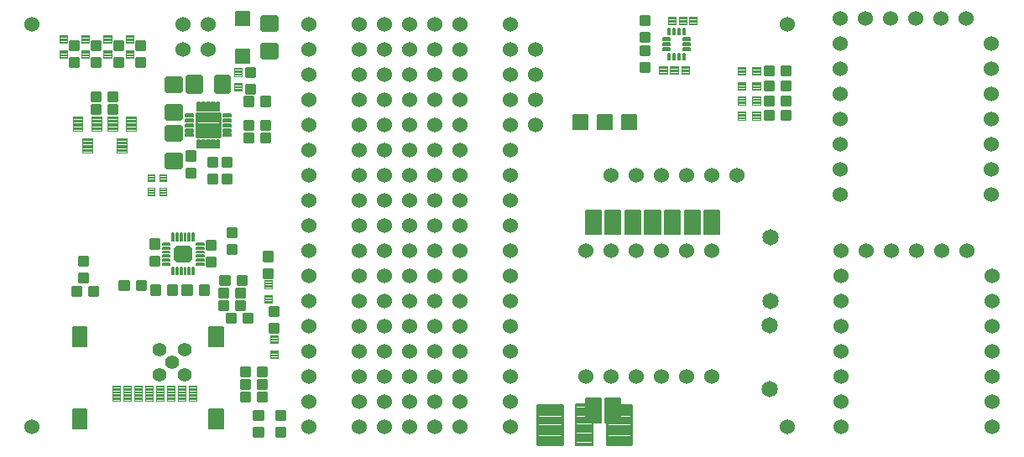
<source format=gbr>
G75*
%MOIN*%
%OFA0B0*%
%FSLAX25Y25*%
%IPPOS*%
%LPD*%
%AMOC8*
5,1,8,0,0,1.08239X$1,22.5*
%
%ADD10C,0.00461*%
%ADD11C,0.01301*%
%ADD12C,0.06463*%
%ADD13C,0.06000*%
%ADD14C,0.00670*%
%ADD15C,0.00740*%
%ADD16C,0.01090*%
%ADD17C,0.00606*%
%ADD18C,0.03231*%
%ADD19C,0.00528*%
%ADD20C,0.01060*%
%ADD21C,0.02010*%
%ADD22C,0.00611*%
%ADD23C,0.00434*%
%ADD24C,0.00591*%
%ADD25C,0.00568*%
%ADD26C,0.00473*%
%ADD27C,0.00631*%
%ADD28C,0.05518*%
D10*
X0041603Y0062291D02*
X0044693Y0062291D01*
X0044693Y0056445D01*
X0041603Y0056445D01*
X0041603Y0062291D01*
X0041603Y0056905D02*
X0044693Y0056905D01*
X0044693Y0057365D02*
X0041603Y0057365D01*
X0041603Y0057825D02*
X0044693Y0057825D01*
X0044693Y0058285D02*
X0041603Y0058285D01*
X0041603Y0058745D02*
X0044693Y0058745D01*
X0044693Y0059205D02*
X0041603Y0059205D01*
X0041603Y0059665D02*
X0044693Y0059665D01*
X0044693Y0060125D02*
X0041603Y0060125D01*
X0041603Y0060585D02*
X0044693Y0060585D01*
X0044693Y0061045D02*
X0041603Y0061045D01*
X0041603Y0061505D02*
X0044693Y0061505D01*
X0044693Y0061965D02*
X0041603Y0061965D01*
X0045934Y0062291D02*
X0049024Y0062291D01*
X0049024Y0056445D01*
X0045934Y0056445D01*
X0045934Y0062291D01*
X0045934Y0056905D02*
X0049024Y0056905D01*
X0049024Y0057365D02*
X0045934Y0057365D01*
X0045934Y0057825D02*
X0049024Y0057825D01*
X0049024Y0058285D02*
X0045934Y0058285D01*
X0045934Y0058745D02*
X0049024Y0058745D01*
X0049024Y0059205D02*
X0045934Y0059205D01*
X0045934Y0059665D02*
X0049024Y0059665D01*
X0049024Y0060125D02*
X0045934Y0060125D01*
X0045934Y0060585D02*
X0049024Y0060585D01*
X0049024Y0061045D02*
X0045934Y0061045D01*
X0045934Y0061505D02*
X0049024Y0061505D01*
X0049024Y0061965D02*
X0045934Y0061965D01*
X0050265Y0062291D02*
X0053355Y0062291D01*
X0053355Y0056445D01*
X0050265Y0056445D01*
X0050265Y0062291D01*
X0050265Y0056905D02*
X0053355Y0056905D01*
X0053355Y0057365D02*
X0050265Y0057365D01*
X0050265Y0057825D02*
X0053355Y0057825D01*
X0053355Y0058285D02*
X0050265Y0058285D01*
X0050265Y0058745D02*
X0053355Y0058745D01*
X0053355Y0059205D02*
X0050265Y0059205D01*
X0050265Y0059665D02*
X0053355Y0059665D01*
X0053355Y0060125D02*
X0050265Y0060125D01*
X0050265Y0060585D02*
X0053355Y0060585D01*
X0053355Y0061045D02*
X0050265Y0061045D01*
X0050265Y0061505D02*
X0053355Y0061505D01*
X0053355Y0061965D02*
X0050265Y0061965D01*
X0054595Y0062291D02*
X0057685Y0062291D01*
X0057685Y0056445D01*
X0054595Y0056445D01*
X0054595Y0062291D01*
X0054595Y0056905D02*
X0057685Y0056905D01*
X0057685Y0057365D02*
X0054595Y0057365D01*
X0054595Y0057825D02*
X0057685Y0057825D01*
X0057685Y0058285D02*
X0054595Y0058285D01*
X0054595Y0058745D02*
X0057685Y0058745D01*
X0057685Y0059205D02*
X0054595Y0059205D01*
X0054595Y0059665D02*
X0057685Y0059665D01*
X0057685Y0060125D02*
X0054595Y0060125D01*
X0054595Y0060585D02*
X0057685Y0060585D01*
X0057685Y0061045D02*
X0054595Y0061045D01*
X0054595Y0061505D02*
X0057685Y0061505D01*
X0057685Y0061965D02*
X0054595Y0061965D01*
X0058926Y0062291D02*
X0062016Y0062291D01*
X0062016Y0056445D01*
X0058926Y0056445D01*
X0058926Y0062291D01*
X0058926Y0056905D02*
X0062016Y0056905D01*
X0062016Y0057365D02*
X0058926Y0057365D01*
X0058926Y0057825D02*
X0062016Y0057825D01*
X0062016Y0058285D02*
X0058926Y0058285D01*
X0058926Y0058745D02*
X0062016Y0058745D01*
X0062016Y0059205D02*
X0058926Y0059205D01*
X0058926Y0059665D02*
X0062016Y0059665D01*
X0062016Y0060125D02*
X0058926Y0060125D01*
X0058926Y0060585D02*
X0062016Y0060585D01*
X0062016Y0061045D02*
X0058926Y0061045D01*
X0058926Y0061505D02*
X0062016Y0061505D01*
X0062016Y0061965D02*
X0058926Y0061965D01*
X0063257Y0062291D02*
X0066347Y0062291D01*
X0066347Y0056445D01*
X0063257Y0056445D01*
X0063257Y0062291D01*
X0063257Y0056905D02*
X0066347Y0056905D01*
X0066347Y0057365D02*
X0063257Y0057365D01*
X0063257Y0057825D02*
X0066347Y0057825D01*
X0066347Y0058285D02*
X0063257Y0058285D01*
X0063257Y0058745D02*
X0066347Y0058745D01*
X0066347Y0059205D02*
X0063257Y0059205D01*
X0063257Y0059665D02*
X0066347Y0059665D01*
X0066347Y0060125D02*
X0063257Y0060125D01*
X0063257Y0060585D02*
X0066347Y0060585D01*
X0066347Y0061045D02*
X0063257Y0061045D01*
X0063257Y0061505D02*
X0066347Y0061505D01*
X0066347Y0061965D02*
X0063257Y0061965D01*
X0067588Y0062291D02*
X0070678Y0062291D01*
X0070678Y0056445D01*
X0067588Y0056445D01*
X0067588Y0062291D01*
X0067588Y0056905D02*
X0070678Y0056905D01*
X0070678Y0057365D02*
X0067588Y0057365D01*
X0067588Y0057825D02*
X0070678Y0057825D01*
X0070678Y0058285D02*
X0067588Y0058285D01*
X0067588Y0058745D02*
X0070678Y0058745D01*
X0070678Y0059205D02*
X0067588Y0059205D01*
X0067588Y0059665D02*
X0070678Y0059665D01*
X0070678Y0060125D02*
X0067588Y0060125D01*
X0067588Y0060585D02*
X0070678Y0060585D01*
X0070678Y0061045D02*
X0067588Y0061045D01*
X0067588Y0061505D02*
X0070678Y0061505D01*
X0070678Y0061965D02*
X0067588Y0061965D01*
X0071918Y0062291D02*
X0075008Y0062291D01*
X0075008Y0056445D01*
X0071918Y0056445D01*
X0071918Y0062291D01*
X0071918Y0056905D02*
X0075008Y0056905D01*
X0075008Y0057365D02*
X0071918Y0057365D01*
X0071918Y0057825D02*
X0075008Y0057825D01*
X0075008Y0058285D02*
X0071918Y0058285D01*
X0071918Y0058745D02*
X0075008Y0058745D01*
X0075008Y0059205D02*
X0071918Y0059205D01*
X0071918Y0059665D02*
X0075008Y0059665D01*
X0075008Y0060125D02*
X0071918Y0060125D01*
X0071918Y0060585D02*
X0075008Y0060585D01*
X0075008Y0061045D02*
X0071918Y0061045D01*
X0071918Y0061505D02*
X0075008Y0061505D01*
X0075008Y0061965D02*
X0071918Y0061965D01*
X0104413Y0076474D02*
X0107503Y0076474D01*
X0107503Y0073384D01*
X0104413Y0073384D01*
X0104413Y0076474D01*
X0104413Y0073844D02*
X0107503Y0073844D01*
X0107503Y0074304D02*
X0104413Y0074304D01*
X0104413Y0074764D02*
X0107503Y0074764D01*
X0107503Y0075224D02*
X0104413Y0075224D01*
X0104413Y0075684D02*
X0107503Y0075684D01*
X0107503Y0076144D02*
X0104413Y0076144D01*
X0104413Y0082379D02*
X0107503Y0082379D01*
X0107503Y0079289D01*
X0104413Y0079289D01*
X0104413Y0082379D01*
X0104413Y0079749D02*
X0107503Y0079749D01*
X0107503Y0080209D02*
X0104413Y0080209D01*
X0104413Y0080669D02*
X0107503Y0080669D01*
X0107503Y0081129D02*
X0104413Y0081129D01*
X0104413Y0081589D02*
X0107503Y0081589D01*
X0107503Y0082049D02*
X0104413Y0082049D01*
X0105003Y0098349D02*
X0101913Y0098349D01*
X0105003Y0098349D02*
X0105003Y0095259D01*
X0101913Y0095259D01*
X0101913Y0098349D01*
X0101913Y0095719D02*
X0105003Y0095719D01*
X0105003Y0096179D02*
X0101913Y0096179D01*
X0101913Y0096639D02*
X0105003Y0096639D01*
X0105003Y0097099D02*
X0101913Y0097099D01*
X0101913Y0097559D02*
X0105003Y0097559D01*
X0105003Y0098019D02*
X0101913Y0098019D01*
X0101913Y0104254D02*
X0105003Y0104254D01*
X0105003Y0101164D01*
X0101913Y0101164D01*
X0101913Y0104254D01*
X0101913Y0101624D02*
X0105003Y0101624D01*
X0105003Y0102084D02*
X0101913Y0102084D01*
X0101913Y0102544D02*
X0105003Y0102544D01*
X0105003Y0103004D02*
X0101913Y0103004D01*
X0101913Y0103464D02*
X0105003Y0103464D01*
X0105003Y0103924D02*
X0101913Y0103924D01*
X0093128Y0179634D02*
X0090038Y0179634D01*
X0090038Y0182724D01*
X0093128Y0182724D01*
X0093128Y0179634D01*
X0093128Y0180094D02*
X0090038Y0180094D01*
X0090038Y0180554D02*
X0093128Y0180554D01*
X0093128Y0181014D02*
X0090038Y0181014D01*
X0090038Y0181474D02*
X0093128Y0181474D01*
X0093128Y0181934D02*
X0090038Y0181934D01*
X0090038Y0182394D02*
X0093128Y0182394D01*
X0093128Y0185539D02*
X0090038Y0185539D01*
X0090038Y0188629D01*
X0093128Y0188629D01*
X0093128Y0185539D01*
X0093128Y0185999D02*
X0090038Y0185999D01*
X0090038Y0186459D02*
X0093128Y0186459D01*
X0093128Y0186919D02*
X0090038Y0186919D01*
X0090038Y0187379D02*
X0093128Y0187379D01*
X0093128Y0187839D02*
X0090038Y0187839D01*
X0090038Y0188299D02*
X0093128Y0188299D01*
X0050003Y0192759D02*
X0046913Y0192759D01*
X0046913Y0195849D01*
X0050003Y0195849D01*
X0050003Y0192759D01*
X0050003Y0193219D02*
X0046913Y0193219D01*
X0046913Y0193679D02*
X0050003Y0193679D01*
X0050003Y0194139D02*
X0046913Y0194139D01*
X0046913Y0194599D02*
X0050003Y0194599D01*
X0050003Y0195059D02*
X0046913Y0195059D01*
X0046913Y0195519D02*
X0050003Y0195519D01*
X0050003Y0198664D02*
X0046913Y0198664D01*
X0046913Y0201754D01*
X0050003Y0201754D01*
X0050003Y0198664D01*
X0050003Y0199124D02*
X0046913Y0199124D01*
X0046913Y0199584D02*
X0050003Y0199584D01*
X0050003Y0200044D02*
X0046913Y0200044D01*
X0046913Y0200504D02*
X0050003Y0200504D01*
X0050003Y0200964D02*
X0046913Y0200964D01*
X0046913Y0201424D02*
X0050003Y0201424D01*
X0041253Y0198664D02*
X0038163Y0198664D01*
X0038163Y0201754D01*
X0041253Y0201754D01*
X0041253Y0198664D01*
X0041253Y0199124D02*
X0038163Y0199124D01*
X0038163Y0199584D02*
X0041253Y0199584D01*
X0041253Y0200044D02*
X0038163Y0200044D01*
X0038163Y0200504D02*
X0041253Y0200504D01*
X0041253Y0200964D02*
X0038163Y0200964D01*
X0038163Y0201424D02*
X0041253Y0201424D01*
X0032503Y0198664D02*
X0029413Y0198664D01*
X0029413Y0201754D01*
X0032503Y0201754D01*
X0032503Y0198664D01*
X0032503Y0199124D02*
X0029413Y0199124D01*
X0029413Y0199584D02*
X0032503Y0199584D01*
X0032503Y0200044D02*
X0029413Y0200044D01*
X0029413Y0200504D02*
X0032503Y0200504D01*
X0032503Y0200964D02*
X0029413Y0200964D01*
X0029413Y0201424D02*
X0032503Y0201424D01*
X0023753Y0198664D02*
X0020663Y0198664D01*
X0020663Y0201754D01*
X0023753Y0201754D01*
X0023753Y0198664D01*
X0023753Y0199124D02*
X0020663Y0199124D01*
X0020663Y0199584D02*
X0023753Y0199584D01*
X0023753Y0200044D02*
X0020663Y0200044D01*
X0020663Y0200504D02*
X0023753Y0200504D01*
X0023753Y0200964D02*
X0020663Y0200964D01*
X0020663Y0201424D02*
X0023753Y0201424D01*
X0023753Y0192759D02*
X0020663Y0192759D01*
X0020663Y0195849D01*
X0023753Y0195849D01*
X0023753Y0192759D01*
X0023753Y0193219D02*
X0020663Y0193219D01*
X0020663Y0193679D02*
X0023753Y0193679D01*
X0023753Y0194139D02*
X0020663Y0194139D01*
X0020663Y0194599D02*
X0023753Y0194599D01*
X0023753Y0195059D02*
X0020663Y0195059D01*
X0020663Y0195519D02*
X0023753Y0195519D01*
X0029413Y0192759D02*
X0032503Y0192759D01*
X0029413Y0192759D02*
X0029413Y0195849D01*
X0032503Y0195849D01*
X0032503Y0192759D01*
X0032503Y0193219D02*
X0029413Y0193219D01*
X0029413Y0193679D02*
X0032503Y0193679D01*
X0032503Y0194139D02*
X0029413Y0194139D01*
X0029413Y0194599D02*
X0032503Y0194599D01*
X0032503Y0195059D02*
X0029413Y0195059D01*
X0029413Y0195519D02*
X0032503Y0195519D01*
X0038163Y0192759D02*
X0041253Y0192759D01*
X0038163Y0192759D02*
X0038163Y0195849D01*
X0041253Y0195849D01*
X0041253Y0192759D01*
X0041253Y0193219D02*
X0038163Y0193219D01*
X0038163Y0193679D02*
X0041253Y0193679D01*
X0041253Y0194139D02*
X0038163Y0194139D01*
X0038163Y0194599D02*
X0041253Y0194599D01*
X0041253Y0195059D02*
X0038163Y0195059D01*
X0038163Y0195519D02*
X0041253Y0195519D01*
X0258788Y0189426D02*
X0258788Y0186336D01*
X0258788Y0189426D02*
X0261878Y0189426D01*
X0261878Y0186336D01*
X0258788Y0186336D01*
X0258788Y0186796D02*
X0261878Y0186796D01*
X0261878Y0187256D02*
X0258788Y0187256D01*
X0258788Y0187716D02*
X0261878Y0187716D01*
X0261878Y0188176D02*
X0258788Y0188176D01*
X0258788Y0188636D02*
X0261878Y0188636D01*
X0261878Y0189096D02*
X0258788Y0189096D01*
X0263163Y0189426D02*
X0263163Y0186336D01*
X0263163Y0189426D02*
X0266253Y0189426D01*
X0266253Y0186336D01*
X0263163Y0186336D01*
X0263163Y0186796D02*
X0266253Y0186796D01*
X0266253Y0187256D02*
X0263163Y0187256D01*
X0263163Y0187716D02*
X0266253Y0187716D01*
X0266253Y0188176D02*
X0263163Y0188176D01*
X0263163Y0188636D02*
X0266253Y0188636D01*
X0266253Y0189096D02*
X0263163Y0189096D01*
X0267538Y0189426D02*
X0267538Y0186336D01*
X0267538Y0189426D02*
X0270628Y0189426D01*
X0270628Y0186336D01*
X0267538Y0186336D01*
X0267538Y0186796D02*
X0270628Y0186796D01*
X0270628Y0187256D02*
X0267538Y0187256D01*
X0267538Y0187716D02*
X0270628Y0187716D01*
X0270628Y0188176D02*
X0267538Y0188176D01*
X0267538Y0188636D02*
X0270628Y0188636D01*
X0270628Y0189096D02*
X0267538Y0189096D01*
X0292988Y0189114D02*
X0292988Y0186024D01*
X0289898Y0186024D01*
X0289898Y0189114D01*
X0292988Y0189114D01*
X0292988Y0186484D02*
X0289898Y0186484D01*
X0289898Y0186944D02*
X0292988Y0186944D01*
X0292988Y0187404D02*
X0289898Y0187404D01*
X0289898Y0187864D02*
X0292988Y0187864D01*
X0292988Y0188324D02*
X0289898Y0188324D01*
X0289898Y0188784D02*
X0292988Y0188784D01*
X0298894Y0189114D02*
X0298894Y0186024D01*
X0295804Y0186024D01*
X0295804Y0189114D01*
X0298894Y0189114D01*
X0298894Y0186484D02*
X0295804Y0186484D01*
X0295804Y0186944D02*
X0298894Y0186944D01*
X0298894Y0187404D02*
X0295804Y0187404D01*
X0295804Y0187864D02*
X0298894Y0187864D01*
X0298894Y0188324D02*
X0295804Y0188324D01*
X0295804Y0188784D02*
X0298894Y0188784D01*
X0298894Y0183176D02*
X0298894Y0180086D01*
X0295804Y0180086D01*
X0295804Y0183176D01*
X0298894Y0183176D01*
X0298894Y0180546D02*
X0295804Y0180546D01*
X0295804Y0181006D02*
X0298894Y0181006D01*
X0298894Y0181466D02*
X0295804Y0181466D01*
X0295804Y0181926D02*
X0298894Y0181926D01*
X0298894Y0182386D02*
X0295804Y0182386D01*
X0295804Y0182846D02*
X0298894Y0182846D01*
X0292988Y0183176D02*
X0292988Y0180086D01*
X0289898Y0180086D01*
X0289898Y0183176D01*
X0292988Y0183176D01*
X0292988Y0180546D02*
X0289898Y0180546D01*
X0289898Y0181006D02*
X0292988Y0181006D01*
X0292988Y0181466D02*
X0289898Y0181466D01*
X0289898Y0181926D02*
X0292988Y0181926D01*
X0292988Y0182386D02*
X0289898Y0182386D01*
X0289898Y0182846D02*
X0292988Y0182846D01*
X0292988Y0177239D02*
X0292988Y0174149D01*
X0289898Y0174149D01*
X0289898Y0177239D01*
X0292988Y0177239D01*
X0292988Y0174609D02*
X0289898Y0174609D01*
X0289898Y0175069D02*
X0292988Y0175069D01*
X0292988Y0175529D02*
X0289898Y0175529D01*
X0289898Y0175989D02*
X0292988Y0175989D01*
X0292988Y0176449D02*
X0289898Y0176449D01*
X0289898Y0176909D02*
X0292988Y0176909D01*
X0298894Y0177239D02*
X0298894Y0174149D01*
X0295804Y0174149D01*
X0295804Y0177239D01*
X0298894Y0177239D01*
X0298894Y0174609D02*
X0295804Y0174609D01*
X0295804Y0175069D02*
X0298894Y0175069D01*
X0298894Y0175529D02*
X0295804Y0175529D01*
X0295804Y0175989D02*
X0298894Y0175989D01*
X0298894Y0176449D02*
X0295804Y0176449D01*
X0295804Y0176909D02*
X0298894Y0176909D01*
X0298894Y0171301D02*
X0298894Y0168211D01*
X0295804Y0168211D01*
X0295804Y0171301D01*
X0298894Y0171301D01*
X0298894Y0168671D02*
X0295804Y0168671D01*
X0295804Y0169131D02*
X0298894Y0169131D01*
X0298894Y0169591D02*
X0295804Y0169591D01*
X0295804Y0170051D02*
X0298894Y0170051D01*
X0298894Y0170511D02*
X0295804Y0170511D01*
X0295804Y0170971D02*
X0298894Y0170971D01*
X0292988Y0171301D02*
X0292988Y0168211D01*
X0289898Y0168211D01*
X0289898Y0171301D01*
X0292988Y0171301D01*
X0292988Y0168671D02*
X0289898Y0168671D01*
X0289898Y0169131D02*
X0292988Y0169131D01*
X0292988Y0169591D02*
X0289898Y0169591D01*
X0289898Y0170051D02*
X0292988Y0170051D01*
X0292988Y0170511D02*
X0289898Y0170511D01*
X0289898Y0170971D02*
X0292988Y0170971D01*
X0270663Y0206024D02*
X0270663Y0209114D01*
X0273753Y0209114D01*
X0273753Y0206024D01*
X0270663Y0206024D01*
X0270663Y0206484D02*
X0273753Y0206484D01*
X0273753Y0206944D02*
X0270663Y0206944D01*
X0270663Y0207404D02*
X0273753Y0207404D01*
X0273753Y0207864D02*
X0270663Y0207864D01*
X0270663Y0208324D02*
X0273753Y0208324D01*
X0273753Y0208784D02*
X0270663Y0208784D01*
X0266601Y0209114D02*
X0266601Y0206024D01*
X0266601Y0209114D02*
X0269691Y0209114D01*
X0269691Y0206024D01*
X0266601Y0206024D01*
X0266601Y0206484D02*
X0269691Y0206484D01*
X0269691Y0206944D02*
X0266601Y0206944D01*
X0266601Y0207404D02*
X0269691Y0207404D01*
X0269691Y0207864D02*
X0266601Y0207864D01*
X0266601Y0208324D02*
X0269691Y0208324D01*
X0269691Y0208784D02*
X0266601Y0208784D01*
X0262226Y0209114D02*
X0262226Y0206024D01*
X0262226Y0209114D02*
X0265316Y0209114D01*
X0265316Y0206024D01*
X0262226Y0206024D01*
X0262226Y0206484D02*
X0265316Y0206484D01*
X0265316Y0206944D02*
X0262226Y0206944D01*
X0262226Y0207404D02*
X0265316Y0207404D01*
X0265316Y0207864D02*
X0262226Y0207864D01*
X0262226Y0208324D02*
X0265316Y0208324D01*
X0265316Y0208784D02*
X0262226Y0208784D01*
D11*
X0251628Y0208996D02*
X0251628Y0205960D01*
X0251628Y0208996D02*
X0254664Y0208996D01*
X0254664Y0205960D01*
X0251628Y0205960D01*
X0251628Y0207260D02*
X0254664Y0207260D01*
X0254664Y0208560D02*
X0251628Y0208560D01*
X0251628Y0202303D02*
X0251628Y0199267D01*
X0251628Y0202303D02*
X0254664Y0202303D01*
X0254664Y0199267D01*
X0251628Y0199267D01*
X0251628Y0200567D02*
X0254664Y0200567D01*
X0254664Y0201867D02*
X0251628Y0201867D01*
X0251628Y0197121D02*
X0251628Y0194085D01*
X0251628Y0197121D02*
X0254664Y0197121D01*
X0254664Y0194085D01*
X0251628Y0194085D01*
X0251628Y0195385D02*
X0254664Y0195385D01*
X0254664Y0196685D02*
X0251628Y0196685D01*
X0251628Y0190428D02*
X0251628Y0187392D01*
X0251628Y0190428D02*
X0254664Y0190428D01*
X0254664Y0187392D01*
X0251628Y0187392D01*
X0251628Y0188692D02*
X0254664Y0188692D01*
X0254664Y0189992D02*
X0251628Y0189992D01*
X0301094Y0186051D02*
X0304130Y0186051D01*
X0301094Y0186051D02*
X0301094Y0189087D01*
X0304130Y0189087D01*
X0304130Y0186051D01*
X0304130Y0187351D02*
X0301094Y0187351D01*
X0301094Y0188651D02*
X0304130Y0188651D01*
X0307787Y0186051D02*
X0310823Y0186051D01*
X0307787Y0186051D02*
X0307787Y0189087D01*
X0310823Y0189087D01*
X0310823Y0186051D01*
X0310823Y0187351D02*
X0307787Y0187351D01*
X0307787Y0188651D02*
X0310823Y0188651D01*
X0310823Y0180113D02*
X0307787Y0180113D01*
X0307787Y0183149D01*
X0310823Y0183149D01*
X0310823Y0180113D01*
X0310823Y0181413D02*
X0307787Y0181413D01*
X0307787Y0182713D02*
X0310823Y0182713D01*
X0310823Y0174176D02*
X0307787Y0174176D01*
X0307787Y0177212D01*
X0310823Y0177212D01*
X0310823Y0174176D01*
X0310823Y0175476D02*
X0307787Y0175476D01*
X0307787Y0176776D02*
X0310823Y0176776D01*
X0304130Y0174176D02*
X0301094Y0174176D01*
X0301094Y0177212D01*
X0304130Y0177212D01*
X0304130Y0174176D01*
X0304130Y0175476D02*
X0301094Y0175476D01*
X0301094Y0176776D02*
X0304130Y0176776D01*
X0304130Y0180113D02*
X0301094Y0180113D01*
X0301094Y0183149D01*
X0304130Y0183149D01*
X0304130Y0180113D01*
X0304130Y0181413D02*
X0301094Y0181413D01*
X0301094Y0182713D02*
X0304130Y0182713D01*
X0304130Y0168238D02*
X0301094Y0168238D01*
X0301094Y0171274D01*
X0304130Y0171274D01*
X0304130Y0168238D01*
X0304130Y0169538D02*
X0301094Y0169538D01*
X0301094Y0170838D02*
X0304130Y0170838D01*
X0307787Y0168238D02*
X0310823Y0168238D01*
X0307787Y0168238D02*
X0307787Y0171274D01*
X0310823Y0171274D01*
X0310823Y0168238D01*
X0310823Y0169538D02*
X0307787Y0169538D01*
X0307787Y0170838D02*
X0310823Y0170838D01*
X0106940Y0052121D02*
X0106940Y0049085D01*
X0106940Y0052121D02*
X0109976Y0052121D01*
X0109976Y0049085D01*
X0106940Y0049085D01*
X0106940Y0050385D02*
X0109976Y0050385D01*
X0109976Y0051685D02*
X0106940Y0051685D01*
X0098190Y0052121D02*
X0098190Y0049085D01*
X0098190Y0052121D02*
X0101226Y0052121D01*
X0101226Y0049085D01*
X0098190Y0049085D01*
X0098190Y0050385D02*
X0101226Y0050385D01*
X0101226Y0051685D02*
X0098190Y0051685D01*
X0099662Y0056363D02*
X0102698Y0056363D01*
X0099662Y0056363D02*
X0099662Y0059399D01*
X0102698Y0059399D01*
X0102698Y0056363D01*
X0102698Y0057663D02*
X0099662Y0057663D01*
X0099662Y0058963D02*
X0102698Y0058963D01*
X0102698Y0061363D02*
X0099662Y0061363D01*
X0099662Y0064399D01*
X0102698Y0064399D01*
X0102698Y0061363D01*
X0102698Y0062663D02*
X0099662Y0062663D01*
X0099662Y0063963D02*
X0102698Y0063963D01*
X0102698Y0066363D02*
X0099662Y0066363D01*
X0099662Y0069399D01*
X0102698Y0069399D01*
X0102698Y0066363D01*
X0102698Y0067663D02*
X0099662Y0067663D01*
X0099662Y0068963D02*
X0102698Y0068963D01*
X0096005Y0066363D02*
X0092969Y0066363D01*
X0092969Y0069399D01*
X0096005Y0069399D01*
X0096005Y0066363D01*
X0096005Y0067663D02*
X0092969Y0067663D01*
X0092969Y0068963D02*
X0096005Y0068963D01*
X0096005Y0061363D02*
X0092969Y0061363D01*
X0092969Y0064399D01*
X0096005Y0064399D01*
X0096005Y0061363D01*
X0096005Y0062663D02*
X0092969Y0062663D01*
X0092969Y0063963D02*
X0096005Y0063963D01*
X0096005Y0056363D02*
X0092969Y0056363D01*
X0092969Y0059399D01*
X0096005Y0059399D01*
X0096005Y0056363D01*
X0096005Y0057663D02*
X0092969Y0057663D01*
X0092969Y0058963D02*
X0096005Y0058963D01*
X0098190Y0045428D02*
X0098190Y0042392D01*
X0098190Y0045428D02*
X0101226Y0045428D01*
X0101226Y0042392D01*
X0098190Y0042392D01*
X0098190Y0043692D02*
X0101226Y0043692D01*
X0101226Y0044992D02*
X0098190Y0044992D01*
X0106940Y0045428D02*
X0106940Y0042392D01*
X0106940Y0045428D02*
X0109976Y0045428D01*
X0109976Y0042392D01*
X0106940Y0042392D01*
X0106940Y0043692D02*
X0109976Y0043692D01*
X0109976Y0044992D02*
X0106940Y0044992D01*
X0104440Y0083642D02*
X0104440Y0086678D01*
X0107476Y0086678D01*
X0107476Y0083642D01*
X0104440Y0083642D01*
X0104440Y0084942D02*
X0107476Y0084942D01*
X0107476Y0086242D02*
X0104440Y0086242D01*
X0097073Y0087613D02*
X0094037Y0087613D01*
X0094037Y0090649D01*
X0097073Y0090649D01*
X0097073Y0087613D01*
X0097073Y0088913D02*
X0094037Y0088913D01*
X0094037Y0090213D02*
X0097073Y0090213D01*
X0093948Y0095649D02*
X0090912Y0095649D01*
X0093948Y0095649D02*
X0093948Y0092613D01*
X0090912Y0092613D01*
X0090912Y0095649D01*
X0090912Y0093913D02*
X0093948Y0093913D01*
X0093948Y0095213D02*
X0090912Y0095213D01*
X0087255Y0095649D02*
X0084219Y0095649D01*
X0087255Y0095649D02*
X0087255Y0092613D01*
X0084219Y0092613D01*
X0084219Y0095649D01*
X0084219Y0093913D02*
X0087255Y0093913D01*
X0087255Y0095213D02*
X0084219Y0095213D01*
X0084219Y0100649D02*
X0087255Y0100649D01*
X0087255Y0097613D01*
X0084219Y0097613D01*
X0084219Y0100649D01*
X0084219Y0098913D02*
X0087255Y0098913D01*
X0087255Y0100213D02*
X0084219Y0100213D01*
X0079573Y0101899D02*
X0076537Y0101899D01*
X0079573Y0101899D02*
X0079573Y0098863D01*
X0076537Y0098863D01*
X0076537Y0101899D01*
X0076537Y0100163D02*
X0079573Y0100163D01*
X0079573Y0101463D02*
X0076537Y0101463D01*
X0072880Y0101899D02*
X0069844Y0101899D01*
X0072880Y0101899D02*
X0072880Y0098863D01*
X0069844Y0098863D01*
X0069844Y0101899D01*
X0069844Y0100163D02*
X0072880Y0100163D01*
X0072880Y0101463D02*
X0069844Y0101463D01*
X0067073Y0101899D02*
X0064037Y0101899D01*
X0067073Y0101899D02*
X0067073Y0098863D01*
X0064037Y0098863D01*
X0064037Y0101899D01*
X0064037Y0100163D02*
X0067073Y0100163D01*
X0067073Y0101463D02*
X0064037Y0101463D01*
X0060380Y0101899D02*
X0057344Y0101899D01*
X0060380Y0101899D02*
X0060380Y0098863D01*
X0057344Y0098863D01*
X0057344Y0101899D01*
X0057344Y0100163D02*
X0060380Y0100163D01*
X0060380Y0101463D02*
X0057344Y0101463D01*
X0054573Y0103774D02*
X0051537Y0103774D01*
X0054573Y0103774D02*
X0054573Y0100738D01*
X0051537Y0100738D01*
X0051537Y0103774D01*
X0051537Y0102038D02*
X0054573Y0102038D01*
X0054573Y0103338D02*
X0051537Y0103338D01*
X0047880Y0103774D02*
X0044844Y0103774D01*
X0047880Y0103774D02*
X0047880Y0100738D01*
X0044844Y0100738D01*
X0044844Y0103774D01*
X0044844Y0102038D02*
X0047880Y0102038D01*
X0047880Y0103338D02*
X0044844Y0103338D01*
X0035823Y0098238D02*
X0032787Y0098238D01*
X0032787Y0101274D01*
X0035823Y0101274D01*
X0035823Y0098238D01*
X0035823Y0099538D02*
X0032787Y0099538D01*
X0032787Y0100838D02*
X0035823Y0100838D01*
X0028815Y0103642D02*
X0028815Y0106678D01*
X0031851Y0106678D01*
X0031851Y0103642D01*
X0028815Y0103642D01*
X0028815Y0104942D02*
X0031851Y0104942D01*
X0031851Y0106242D02*
X0028815Y0106242D01*
X0029130Y0098238D02*
X0026094Y0098238D01*
X0026094Y0101274D01*
X0029130Y0101274D01*
X0029130Y0098238D01*
X0029130Y0099538D02*
X0026094Y0099538D01*
X0026094Y0100838D02*
X0029130Y0100838D01*
X0028815Y0110335D02*
X0028815Y0113371D01*
X0031851Y0113371D01*
X0031851Y0110335D01*
X0028815Y0110335D01*
X0028815Y0111635D02*
X0031851Y0111635D01*
X0031851Y0112935D02*
X0028815Y0112935D01*
X0059976Y0113553D02*
X0059976Y0110517D01*
X0056940Y0110517D01*
X0056940Y0113553D01*
X0059976Y0113553D01*
X0059976Y0111817D02*
X0056940Y0111817D01*
X0056940Y0113117D02*
X0059976Y0113117D01*
X0059976Y0117210D02*
X0059976Y0120246D01*
X0059976Y0117210D02*
X0056940Y0117210D01*
X0056940Y0120246D01*
X0059976Y0120246D01*
X0059976Y0118510D02*
X0056940Y0118510D01*
X0056940Y0119810D02*
X0059976Y0119810D01*
X0079440Y0119621D02*
X0079440Y0116585D01*
X0079440Y0119621D02*
X0082476Y0119621D01*
X0082476Y0116585D01*
X0079440Y0116585D01*
X0079440Y0117885D02*
X0082476Y0117885D01*
X0082476Y0119185D02*
X0079440Y0119185D01*
X0079440Y0112928D02*
X0079440Y0109892D01*
X0079440Y0112928D02*
X0082476Y0112928D01*
X0082476Y0109892D01*
X0079440Y0109892D01*
X0079440Y0111192D02*
X0082476Y0111192D01*
X0082476Y0112492D02*
X0079440Y0112492D01*
X0087565Y0114892D02*
X0087565Y0117928D01*
X0090601Y0117928D01*
X0090601Y0114892D01*
X0087565Y0114892D01*
X0087565Y0116192D02*
X0090601Y0116192D01*
X0090601Y0117492D02*
X0087565Y0117492D01*
X0087565Y0121585D02*
X0087565Y0124621D01*
X0090601Y0124621D01*
X0090601Y0121585D01*
X0087565Y0121585D01*
X0087565Y0122885D02*
X0090601Y0122885D01*
X0090601Y0124185D02*
X0087565Y0124185D01*
X0101940Y0115246D02*
X0101940Y0112210D01*
X0101940Y0115246D02*
X0104976Y0115246D01*
X0104976Y0112210D01*
X0101940Y0112210D01*
X0101940Y0113510D02*
X0104976Y0113510D01*
X0104976Y0114810D02*
X0101940Y0114810D01*
X0101940Y0108553D02*
X0101940Y0105517D01*
X0101940Y0108553D02*
X0104976Y0108553D01*
X0104976Y0105517D01*
X0101940Y0105517D01*
X0101940Y0106817D02*
X0104976Y0106817D01*
X0104976Y0108117D02*
X0101940Y0108117D01*
X0094573Y0102613D02*
X0091537Y0102613D01*
X0091537Y0105649D01*
X0094573Y0105649D01*
X0094573Y0102613D01*
X0094573Y0103913D02*
X0091537Y0103913D01*
X0091537Y0105213D02*
X0094573Y0105213D01*
X0093948Y0100649D02*
X0090912Y0100649D01*
X0093948Y0100649D02*
X0093948Y0097613D01*
X0090912Y0097613D01*
X0090912Y0100649D01*
X0090912Y0098913D02*
X0093948Y0098913D01*
X0093948Y0100213D02*
X0090912Y0100213D01*
X0087880Y0102613D02*
X0084844Y0102613D01*
X0084844Y0105649D01*
X0087880Y0105649D01*
X0087880Y0102613D01*
X0087880Y0103913D02*
X0084844Y0103913D01*
X0084844Y0105213D02*
X0087880Y0105213D01*
X0104440Y0093371D02*
X0104440Y0090335D01*
X0104440Y0093371D02*
X0107476Y0093371D01*
X0107476Y0090335D01*
X0104440Y0090335D01*
X0104440Y0091635D02*
X0107476Y0091635D01*
X0107476Y0092935D02*
X0104440Y0092935D01*
X0090380Y0087613D02*
X0087344Y0087613D01*
X0087344Y0090649D01*
X0090380Y0090649D01*
X0090380Y0087613D01*
X0090380Y0088913D02*
X0087344Y0088913D01*
X0087344Y0090213D02*
X0090380Y0090213D01*
X0085690Y0143017D02*
X0085690Y0146053D01*
X0088726Y0146053D01*
X0088726Y0143017D01*
X0085690Y0143017D01*
X0085690Y0144317D02*
X0088726Y0144317D01*
X0088726Y0145617D02*
X0085690Y0145617D01*
X0080065Y0146053D02*
X0080065Y0143017D01*
X0080065Y0146053D02*
X0083101Y0146053D01*
X0083101Y0143017D01*
X0080065Y0143017D01*
X0080065Y0144317D02*
X0083101Y0144317D01*
X0083101Y0145617D02*
X0080065Y0145617D01*
X0071315Y0145517D02*
X0071315Y0148553D01*
X0074351Y0148553D01*
X0074351Y0145517D01*
X0071315Y0145517D01*
X0071315Y0146817D02*
X0074351Y0146817D01*
X0074351Y0148117D02*
X0071315Y0148117D01*
X0071315Y0152210D02*
X0071315Y0155246D01*
X0074351Y0155246D01*
X0074351Y0152210D01*
X0071315Y0152210D01*
X0071315Y0153510D02*
X0074351Y0153510D01*
X0074351Y0154810D02*
X0071315Y0154810D01*
X0080065Y0152746D02*
X0080065Y0149710D01*
X0080065Y0152746D02*
X0083101Y0152746D01*
X0083101Y0149710D01*
X0080065Y0149710D01*
X0080065Y0151010D02*
X0083101Y0151010D01*
X0083101Y0152310D02*
X0080065Y0152310D01*
X0085690Y0152746D02*
X0085690Y0149710D01*
X0085690Y0152746D02*
X0088726Y0152746D01*
X0088726Y0149710D01*
X0085690Y0149710D01*
X0085690Y0151010D02*
X0088726Y0151010D01*
X0088726Y0152310D02*
X0085690Y0152310D01*
X0094219Y0159488D02*
X0097255Y0159488D01*
X0094219Y0159488D02*
X0094219Y0162524D01*
X0097255Y0162524D01*
X0097255Y0159488D01*
X0097255Y0160788D02*
X0094219Y0160788D01*
X0094219Y0162088D02*
X0097255Y0162088D01*
X0097255Y0167524D02*
X0094219Y0167524D01*
X0097255Y0167524D02*
X0097255Y0164488D01*
X0094219Y0164488D01*
X0094219Y0167524D01*
X0094219Y0165788D02*
X0097255Y0165788D01*
X0097255Y0167088D02*
X0094219Y0167088D01*
X0100912Y0167524D02*
X0103948Y0167524D01*
X0103948Y0164488D01*
X0100912Y0164488D01*
X0100912Y0167524D01*
X0100912Y0165788D02*
X0103948Y0165788D01*
X0103948Y0167088D02*
X0100912Y0167088D01*
X0100912Y0159488D02*
X0103948Y0159488D01*
X0100912Y0159488D02*
X0100912Y0162524D01*
X0103948Y0162524D01*
X0103948Y0159488D01*
X0103948Y0160788D02*
X0100912Y0160788D01*
X0100912Y0162088D02*
X0103948Y0162088D01*
X0103948Y0176899D02*
X0100912Y0176899D01*
X0103948Y0176899D02*
X0103948Y0173863D01*
X0100912Y0173863D01*
X0100912Y0176899D01*
X0100912Y0175163D02*
X0103948Y0175163D01*
X0103948Y0176463D02*
X0100912Y0176463D01*
X0097255Y0176899D02*
X0094219Y0176899D01*
X0097255Y0176899D02*
X0097255Y0173863D01*
X0094219Y0173863D01*
X0094219Y0176899D01*
X0094219Y0175163D02*
X0097255Y0175163D01*
X0097255Y0176463D02*
X0094219Y0176463D01*
X0095065Y0178642D02*
X0095065Y0181678D01*
X0098101Y0181678D01*
X0098101Y0178642D01*
X0095065Y0178642D01*
X0095065Y0179942D02*
X0098101Y0179942D01*
X0098101Y0181242D02*
X0095065Y0181242D01*
X0095065Y0185335D02*
X0095065Y0188371D01*
X0098101Y0188371D01*
X0098101Y0185335D01*
X0095065Y0185335D01*
X0095065Y0186635D02*
X0098101Y0186635D01*
X0098101Y0187935D02*
X0095065Y0187935D01*
X0054351Y0189267D02*
X0054351Y0192303D01*
X0054351Y0189267D02*
X0051315Y0189267D01*
X0051315Y0192303D01*
X0054351Y0192303D01*
X0054351Y0190567D02*
X0051315Y0190567D01*
X0051315Y0191867D02*
X0054351Y0191867D01*
X0054351Y0195960D02*
X0054351Y0198996D01*
X0054351Y0195960D02*
X0051315Y0195960D01*
X0051315Y0198996D01*
X0054351Y0198996D01*
X0054351Y0197260D02*
X0051315Y0197260D01*
X0051315Y0198560D02*
X0054351Y0198560D01*
X0045601Y0198996D02*
X0045601Y0195960D01*
X0042565Y0195960D01*
X0042565Y0198996D01*
X0045601Y0198996D01*
X0045601Y0197260D02*
X0042565Y0197260D01*
X0042565Y0198560D02*
X0045601Y0198560D01*
X0036851Y0198996D02*
X0036851Y0195960D01*
X0033815Y0195960D01*
X0033815Y0198996D01*
X0036851Y0198996D01*
X0036851Y0197260D02*
X0033815Y0197260D01*
X0033815Y0198560D02*
X0036851Y0198560D01*
X0028101Y0198996D02*
X0028101Y0195960D01*
X0025065Y0195960D01*
X0025065Y0198996D01*
X0028101Y0198996D01*
X0028101Y0197260D02*
X0025065Y0197260D01*
X0025065Y0198560D02*
X0028101Y0198560D01*
X0028101Y0192303D02*
X0028101Y0189267D01*
X0025065Y0189267D01*
X0025065Y0192303D01*
X0028101Y0192303D01*
X0028101Y0190567D02*
X0025065Y0190567D01*
X0025065Y0191867D02*
X0028101Y0191867D01*
X0036851Y0192303D02*
X0036851Y0189267D01*
X0033815Y0189267D01*
X0033815Y0192303D01*
X0036851Y0192303D01*
X0036851Y0190567D02*
X0033815Y0190567D01*
X0033815Y0191867D02*
X0036851Y0191867D01*
X0045601Y0192303D02*
X0045601Y0189267D01*
X0042565Y0189267D01*
X0042565Y0192303D01*
X0045601Y0192303D01*
X0045601Y0190567D02*
X0042565Y0190567D01*
X0042565Y0191867D02*
X0045601Y0191867D01*
X0043323Y0178774D02*
X0040287Y0178774D01*
X0043323Y0178774D02*
X0043323Y0175738D01*
X0040287Y0175738D01*
X0040287Y0178774D01*
X0040287Y0177038D02*
X0043323Y0177038D01*
X0043323Y0178338D02*
X0040287Y0178338D01*
X0036630Y0178774D02*
X0033594Y0178774D01*
X0036630Y0178774D02*
X0036630Y0175738D01*
X0033594Y0175738D01*
X0033594Y0178774D01*
X0033594Y0177038D02*
X0036630Y0177038D01*
X0036630Y0178338D02*
X0033594Y0178338D01*
X0033594Y0170738D02*
X0036630Y0170738D01*
X0033594Y0170738D02*
X0033594Y0173774D01*
X0036630Y0173774D01*
X0036630Y0170738D01*
X0036630Y0172038D02*
X0033594Y0172038D01*
X0033594Y0173338D02*
X0036630Y0173338D01*
X0040287Y0170738D02*
X0043323Y0170738D01*
X0040287Y0170738D02*
X0040287Y0173774D01*
X0043323Y0173774D01*
X0043323Y0170738D01*
X0043323Y0172038D02*
X0040287Y0172038D01*
X0040287Y0173338D02*
X0043323Y0173338D01*
D12*
X0302912Y0121433D03*
X0302912Y0096098D03*
X0302755Y0086539D03*
X0302755Y0061205D03*
D13*
X0009708Y0046006D03*
X0119708Y0046006D03*
X0119708Y0056006D03*
X0119708Y0066006D03*
X0119708Y0076006D03*
X0119708Y0086006D03*
X0119708Y0096006D03*
X0119708Y0106006D03*
X0119708Y0116006D03*
X0119708Y0126006D03*
X0119708Y0136006D03*
X0119708Y0146006D03*
X0119708Y0156006D03*
X0119708Y0166006D03*
X0119708Y0176006D03*
X0119708Y0186006D03*
X0119708Y0196006D03*
X0119708Y0206006D03*
X0139708Y0206006D03*
X0149708Y0206006D03*
X0159708Y0206006D03*
X0169708Y0206006D03*
X0179708Y0206006D03*
X0179708Y0196006D03*
X0169708Y0196006D03*
X0159708Y0196006D03*
X0149708Y0196006D03*
X0139708Y0196006D03*
X0139708Y0186006D03*
X0149708Y0186006D03*
X0159708Y0186006D03*
X0169708Y0186006D03*
X0179708Y0186006D03*
X0179708Y0176006D03*
X0169708Y0176006D03*
X0159708Y0176006D03*
X0149708Y0176006D03*
X0139708Y0176006D03*
X0139708Y0166006D03*
X0149708Y0166006D03*
X0159708Y0166006D03*
X0169708Y0166006D03*
X0179708Y0166006D03*
X0179708Y0156006D03*
X0169708Y0156006D03*
X0159708Y0156006D03*
X0149708Y0156006D03*
X0139708Y0156006D03*
X0139708Y0146006D03*
X0149708Y0146006D03*
X0159708Y0146006D03*
X0169708Y0146006D03*
X0179708Y0146006D03*
X0179708Y0136006D03*
X0169708Y0136006D03*
X0159708Y0136006D03*
X0149708Y0136006D03*
X0139708Y0136006D03*
X0139708Y0126006D03*
X0149708Y0126006D03*
X0159708Y0126006D03*
X0169708Y0126006D03*
X0179708Y0126006D03*
X0179708Y0116006D03*
X0169708Y0116006D03*
X0159708Y0116006D03*
X0149708Y0116006D03*
X0139708Y0116006D03*
X0139708Y0106006D03*
X0149708Y0106006D03*
X0159708Y0106006D03*
X0169708Y0106006D03*
X0179708Y0106006D03*
X0179708Y0096006D03*
X0169708Y0096006D03*
X0159708Y0096006D03*
X0149708Y0096006D03*
X0139708Y0096006D03*
X0139708Y0086006D03*
X0149708Y0086006D03*
X0159708Y0086006D03*
X0169708Y0086006D03*
X0179708Y0086006D03*
X0179708Y0076006D03*
X0169708Y0076006D03*
X0159708Y0076006D03*
X0149708Y0076006D03*
X0139708Y0076006D03*
X0139708Y0066006D03*
X0139708Y0056006D03*
X0149708Y0056006D03*
X0159708Y0056006D03*
X0159708Y0066006D03*
X0149708Y0066006D03*
X0169708Y0066006D03*
X0179708Y0066006D03*
X0179708Y0056006D03*
X0169708Y0056006D03*
X0169708Y0046006D03*
X0179708Y0046006D03*
X0159708Y0046006D03*
X0149708Y0046006D03*
X0139708Y0046006D03*
X0199708Y0046006D03*
X0199708Y0056006D03*
X0199708Y0066006D03*
X0199708Y0076006D03*
X0199708Y0086006D03*
X0199708Y0096006D03*
X0199708Y0106006D03*
X0199708Y0116006D03*
X0199708Y0126006D03*
X0199708Y0136006D03*
X0199708Y0146006D03*
X0199708Y0156006D03*
X0199708Y0166006D03*
X0209708Y0166006D03*
X0209708Y0176006D03*
X0199708Y0176006D03*
X0199708Y0186006D03*
X0209708Y0186006D03*
X0209708Y0196006D03*
X0199708Y0196006D03*
X0199708Y0206006D03*
X0239708Y0146006D03*
X0249708Y0146006D03*
X0259708Y0146006D03*
X0269708Y0146006D03*
X0279708Y0146006D03*
X0289708Y0146006D03*
X0330646Y0148506D03*
X0330646Y0138506D03*
X0330646Y0158506D03*
X0330646Y0168506D03*
X0330646Y0178506D03*
X0330646Y0188506D03*
X0330646Y0198506D03*
X0330646Y0208506D03*
X0340646Y0208506D03*
X0350646Y0208506D03*
X0360646Y0208506D03*
X0370646Y0208506D03*
X0380646Y0208506D03*
X0390646Y0198506D03*
X0390646Y0188506D03*
X0390646Y0178506D03*
X0390646Y0168506D03*
X0390646Y0158506D03*
X0390646Y0148506D03*
X0390646Y0138506D03*
X0380958Y0116006D03*
X0370958Y0116006D03*
X0360958Y0116006D03*
X0350958Y0116006D03*
X0340958Y0116006D03*
X0330958Y0116006D03*
X0330958Y0106006D03*
X0330958Y0096006D03*
X0330958Y0086006D03*
X0330958Y0076006D03*
X0330958Y0066006D03*
X0330958Y0056006D03*
X0330958Y0046006D03*
X0309708Y0046006D03*
X0279708Y0066006D03*
X0269708Y0066006D03*
X0259708Y0066006D03*
X0249708Y0066006D03*
X0239708Y0066006D03*
X0229708Y0066006D03*
X0229708Y0116006D03*
X0239708Y0116006D03*
X0249708Y0116006D03*
X0259708Y0116006D03*
X0269708Y0116006D03*
X0279708Y0116006D03*
X0390958Y0106006D03*
X0390958Y0096006D03*
X0390958Y0086006D03*
X0390958Y0076006D03*
X0390958Y0066006D03*
X0390958Y0056006D03*
X0390958Y0046006D03*
X0309708Y0206006D03*
X0079708Y0206006D03*
X0069708Y0206006D03*
X0069708Y0196006D03*
X0079708Y0196006D03*
X0009708Y0206006D03*
D14*
X0229568Y0132215D02*
X0229568Y0122643D01*
X0229568Y0132215D02*
X0235596Y0132215D01*
X0235596Y0122643D01*
X0229568Y0122643D01*
X0229568Y0123312D02*
X0235596Y0123312D01*
X0235596Y0123981D02*
X0229568Y0123981D01*
X0229568Y0124650D02*
X0235596Y0124650D01*
X0235596Y0125319D02*
X0229568Y0125319D01*
X0229568Y0125988D02*
X0235596Y0125988D01*
X0235596Y0126657D02*
X0229568Y0126657D01*
X0229568Y0127326D02*
X0235596Y0127326D01*
X0235596Y0127995D02*
X0229568Y0127995D01*
X0229568Y0128664D02*
X0235596Y0128664D01*
X0235596Y0129333D02*
X0229568Y0129333D01*
X0229568Y0130002D02*
X0235596Y0130002D01*
X0235596Y0130671D02*
X0229568Y0130671D01*
X0229568Y0131340D02*
X0235596Y0131340D01*
X0235596Y0132009D02*
X0229568Y0132009D01*
X0237442Y0132215D02*
X0237442Y0122643D01*
X0237442Y0132215D02*
X0243470Y0132215D01*
X0243470Y0122643D01*
X0237442Y0122643D01*
X0237442Y0123312D02*
X0243470Y0123312D01*
X0243470Y0123981D02*
X0237442Y0123981D01*
X0237442Y0124650D02*
X0243470Y0124650D01*
X0243470Y0125319D02*
X0237442Y0125319D01*
X0237442Y0125988D02*
X0243470Y0125988D01*
X0243470Y0126657D02*
X0237442Y0126657D01*
X0237442Y0127326D02*
X0243470Y0127326D01*
X0243470Y0127995D02*
X0237442Y0127995D01*
X0237442Y0128664D02*
X0243470Y0128664D01*
X0243470Y0129333D02*
X0237442Y0129333D01*
X0237442Y0130002D02*
X0243470Y0130002D01*
X0243470Y0130671D02*
X0237442Y0130671D01*
X0237442Y0131340D02*
X0243470Y0131340D01*
X0243470Y0132009D02*
X0237442Y0132009D01*
X0245316Y0132215D02*
X0245316Y0122643D01*
X0245316Y0132215D02*
X0251344Y0132215D01*
X0251344Y0122643D01*
X0245316Y0122643D01*
X0245316Y0123312D02*
X0251344Y0123312D01*
X0251344Y0123981D02*
X0245316Y0123981D01*
X0245316Y0124650D02*
X0251344Y0124650D01*
X0251344Y0125319D02*
X0245316Y0125319D01*
X0245316Y0125988D02*
X0251344Y0125988D01*
X0251344Y0126657D02*
X0245316Y0126657D01*
X0245316Y0127326D02*
X0251344Y0127326D01*
X0251344Y0127995D02*
X0245316Y0127995D01*
X0245316Y0128664D02*
X0251344Y0128664D01*
X0251344Y0129333D02*
X0245316Y0129333D01*
X0245316Y0130002D02*
X0251344Y0130002D01*
X0251344Y0130671D02*
X0245316Y0130671D01*
X0245316Y0131340D02*
X0251344Y0131340D01*
X0251344Y0132009D02*
X0245316Y0132009D01*
X0253190Y0132215D02*
X0253190Y0122643D01*
X0253190Y0132215D02*
X0259218Y0132215D01*
X0259218Y0122643D01*
X0253190Y0122643D01*
X0253190Y0123312D02*
X0259218Y0123312D01*
X0259218Y0123981D02*
X0253190Y0123981D01*
X0253190Y0124650D02*
X0259218Y0124650D01*
X0259218Y0125319D02*
X0253190Y0125319D01*
X0253190Y0125988D02*
X0259218Y0125988D01*
X0259218Y0126657D02*
X0253190Y0126657D01*
X0253190Y0127326D02*
X0259218Y0127326D01*
X0259218Y0127995D02*
X0253190Y0127995D01*
X0253190Y0128664D02*
X0259218Y0128664D01*
X0259218Y0129333D02*
X0253190Y0129333D01*
X0253190Y0130002D02*
X0259218Y0130002D01*
X0259218Y0130671D02*
X0253190Y0130671D01*
X0253190Y0131340D02*
X0259218Y0131340D01*
X0259218Y0132009D02*
X0253190Y0132009D01*
X0261064Y0132215D02*
X0261064Y0122643D01*
X0261064Y0132215D02*
X0267092Y0132215D01*
X0267092Y0122643D01*
X0261064Y0122643D01*
X0261064Y0123312D02*
X0267092Y0123312D01*
X0267092Y0123981D02*
X0261064Y0123981D01*
X0261064Y0124650D02*
X0267092Y0124650D01*
X0267092Y0125319D02*
X0261064Y0125319D01*
X0261064Y0125988D02*
X0267092Y0125988D01*
X0267092Y0126657D02*
X0261064Y0126657D01*
X0261064Y0127326D02*
X0267092Y0127326D01*
X0267092Y0127995D02*
X0261064Y0127995D01*
X0261064Y0128664D02*
X0267092Y0128664D01*
X0267092Y0129333D02*
X0261064Y0129333D01*
X0261064Y0130002D02*
X0267092Y0130002D01*
X0267092Y0130671D02*
X0261064Y0130671D01*
X0261064Y0131340D02*
X0267092Y0131340D01*
X0267092Y0132009D02*
X0261064Y0132009D01*
X0268938Y0132215D02*
X0268938Y0122643D01*
X0268938Y0132215D02*
X0274966Y0132215D01*
X0274966Y0122643D01*
X0268938Y0122643D01*
X0268938Y0123312D02*
X0274966Y0123312D01*
X0274966Y0123981D02*
X0268938Y0123981D01*
X0268938Y0124650D02*
X0274966Y0124650D01*
X0274966Y0125319D02*
X0268938Y0125319D01*
X0268938Y0125988D02*
X0274966Y0125988D01*
X0274966Y0126657D02*
X0268938Y0126657D01*
X0268938Y0127326D02*
X0274966Y0127326D01*
X0274966Y0127995D02*
X0268938Y0127995D01*
X0268938Y0128664D02*
X0274966Y0128664D01*
X0274966Y0129333D02*
X0268938Y0129333D01*
X0268938Y0130002D02*
X0274966Y0130002D01*
X0274966Y0130671D02*
X0268938Y0130671D01*
X0268938Y0131340D02*
X0274966Y0131340D01*
X0274966Y0132009D02*
X0268938Y0132009D01*
X0276812Y0132215D02*
X0276812Y0122643D01*
X0276812Y0132215D02*
X0282840Y0132215D01*
X0282840Y0122643D01*
X0276812Y0122643D01*
X0276812Y0123312D02*
X0282840Y0123312D01*
X0282840Y0123981D02*
X0276812Y0123981D01*
X0276812Y0124650D02*
X0282840Y0124650D01*
X0282840Y0125319D02*
X0276812Y0125319D01*
X0276812Y0125988D02*
X0282840Y0125988D01*
X0282840Y0126657D02*
X0276812Y0126657D01*
X0276812Y0127326D02*
X0282840Y0127326D01*
X0282840Y0127995D02*
X0276812Y0127995D01*
X0276812Y0128664D02*
X0282840Y0128664D01*
X0282840Y0129333D02*
X0276812Y0129333D01*
X0276812Y0130002D02*
X0282840Y0130002D01*
X0282840Y0130671D02*
X0276812Y0130671D01*
X0276812Y0131340D02*
X0282840Y0131340D01*
X0282840Y0132009D02*
X0276812Y0132009D01*
X0237442Y0057411D02*
X0237442Y0047839D01*
X0237442Y0057411D02*
X0243470Y0057411D01*
X0243470Y0047839D01*
X0237442Y0047839D01*
X0237442Y0048508D02*
X0243470Y0048508D01*
X0243470Y0049177D02*
X0237442Y0049177D01*
X0237442Y0049846D02*
X0243470Y0049846D01*
X0243470Y0050515D02*
X0237442Y0050515D01*
X0237442Y0051184D02*
X0243470Y0051184D01*
X0243470Y0051853D02*
X0237442Y0051853D01*
X0237442Y0052522D02*
X0243470Y0052522D01*
X0243470Y0053191D02*
X0237442Y0053191D01*
X0237442Y0053860D02*
X0243470Y0053860D01*
X0243470Y0054529D02*
X0237442Y0054529D01*
X0237442Y0055198D02*
X0243470Y0055198D01*
X0243470Y0055867D02*
X0237442Y0055867D01*
X0237442Y0056536D02*
X0243470Y0056536D01*
X0243470Y0057205D02*
X0237442Y0057205D01*
X0229568Y0057411D02*
X0229568Y0047839D01*
X0229568Y0057411D02*
X0235596Y0057411D01*
X0235596Y0047839D01*
X0229568Y0047839D01*
X0229568Y0048508D02*
X0235596Y0048508D01*
X0235596Y0049177D02*
X0229568Y0049177D01*
X0229568Y0049846D02*
X0235596Y0049846D01*
X0235596Y0050515D02*
X0229568Y0050515D01*
X0229568Y0051184D02*
X0235596Y0051184D01*
X0235596Y0051853D02*
X0229568Y0051853D01*
X0229568Y0052522D02*
X0235596Y0052522D01*
X0235596Y0053191D02*
X0229568Y0053191D01*
X0229568Y0053860D02*
X0235596Y0053860D01*
X0235596Y0054529D02*
X0229568Y0054529D01*
X0229568Y0055198D02*
X0235596Y0055198D01*
X0235596Y0055867D02*
X0229568Y0055867D01*
X0229568Y0056536D02*
X0235596Y0056536D01*
X0235596Y0057205D02*
X0229568Y0057205D01*
D15*
X0232413Y0054915D02*
X0232413Y0038755D01*
X0225753Y0038755D01*
X0225753Y0054915D01*
X0232413Y0054915D01*
X0232413Y0039494D02*
X0225753Y0039494D01*
X0225753Y0040233D02*
X0232413Y0040233D01*
X0232413Y0040972D02*
X0225753Y0040972D01*
X0225753Y0041711D02*
X0232413Y0041711D01*
X0232413Y0042450D02*
X0225753Y0042450D01*
X0225753Y0043189D02*
X0232413Y0043189D01*
X0232413Y0043928D02*
X0225753Y0043928D01*
X0225753Y0044667D02*
X0232413Y0044667D01*
X0232413Y0045406D02*
X0225753Y0045406D01*
X0225753Y0046145D02*
X0232413Y0046145D01*
X0232413Y0046884D02*
X0225753Y0046884D01*
X0225753Y0047623D02*
X0232413Y0047623D01*
X0232413Y0048362D02*
X0225753Y0048362D01*
X0225753Y0049101D02*
X0232413Y0049101D01*
X0232413Y0049840D02*
X0225753Y0049840D01*
X0225753Y0050579D02*
X0232413Y0050579D01*
X0232413Y0051318D02*
X0225753Y0051318D01*
X0225753Y0052057D02*
X0232413Y0052057D01*
X0232413Y0052796D02*
X0225753Y0052796D01*
X0225753Y0053535D02*
X0232413Y0053535D01*
X0232413Y0054274D02*
X0225753Y0054274D01*
D16*
X0220230Y0054740D02*
X0220230Y0038930D01*
X0210420Y0038930D01*
X0210420Y0054740D01*
X0220230Y0054740D01*
X0220230Y0040019D02*
X0210420Y0040019D01*
X0210420Y0041108D02*
X0220230Y0041108D01*
X0220230Y0042197D02*
X0210420Y0042197D01*
X0210420Y0043286D02*
X0220230Y0043286D01*
X0220230Y0044375D02*
X0210420Y0044375D01*
X0210420Y0045464D02*
X0220230Y0045464D01*
X0220230Y0046553D02*
X0210420Y0046553D01*
X0210420Y0047642D02*
X0220230Y0047642D01*
X0220230Y0048731D02*
X0210420Y0048731D01*
X0210420Y0049820D02*
X0220230Y0049820D01*
X0220230Y0050909D02*
X0210420Y0050909D01*
X0210420Y0051998D02*
X0220230Y0051998D01*
X0220230Y0053087D02*
X0210420Y0053087D01*
X0210420Y0054176D02*
X0220230Y0054176D01*
X0247747Y0054740D02*
X0247747Y0038930D01*
X0237937Y0038930D01*
X0237937Y0054740D01*
X0247747Y0054740D01*
X0247747Y0040019D02*
X0237937Y0040019D01*
X0237937Y0041108D02*
X0247747Y0041108D01*
X0247747Y0042197D02*
X0237937Y0042197D01*
X0237937Y0043286D02*
X0247747Y0043286D01*
X0247747Y0044375D02*
X0237937Y0044375D01*
X0237937Y0045464D02*
X0247747Y0045464D01*
X0247747Y0046553D02*
X0237937Y0046553D01*
X0237937Y0047642D02*
X0247747Y0047642D01*
X0247747Y0048731D02*
X0237937Y0048731D01*
X0237937Y0049820D02*
X0247747Y0049820D01*
X0247747Y0050909D02*
X0237937Y0050909D01*
X0237937Y0051998D02*
X0247747Y0051998D01*
X0247747Y0053087D02*
X0237937Y0053087D01*
X0237937Y0054176D02*
X0247747Y0054176D01*
D17*
X0077873Y0111109D02*
X0074929Y0111109D01*
X0077873Y0111109D02*
X0077873Y0110529D01*
X0074929Y0110529D01*
X0074929Y0111109D01*
X0074929Y0112684D02*
X0077873Y0112684D01*
X0077873Y0112104D01*
X0074929Y0112104D01*
X0074929Y0112684D01*
X0074929Y0114259D02*
X0077873Y0114259D01*
X0077873Y0113679D01*
X0074929Y0113679D01*
X0074929Y0114259D01*
X0074929Y0115834D02*
X0077873Y0115834D01*
X0077873Y0115254D01*
X0074929Y0115254D01*
X0074929Y0115834D01*
X0074929Y0117409D02*
X0077873Y0117409D01*
X0077873Y0116829D01*
X0074929Y0116829D01*
X0074929Y0117409D01*
X0074929Y0118983D02*
X0077873Y0118983D01*
X0077873Y0118403D01*
X0074929Y0118403D01*
X0074929Y0118983D01*
X0073355Y0119977D02*
X0073355Y0122921D01*
X0073935Y0122921D01*
X0073935Y0119977D01*
X0073355Y0119977D01*
X0073355Y0120582D02*
X0073935Y0120582D01*
X0073935Y0121187D02*
X0073355Y0121187D01*
X0073355Y0121792D02*
X0073935Y0121792D01*
X0073935Y0122397D02*
X0073355Y0122397D01*
X0071781Y0122921D02*
X0071781Y0119977D01*
X0071781Y0122921D02*
X0072361Y0122921D01*
X0072361Y0119977D01*
X0071781Y0119977D01*
X0071781Y0120582D02*
X0072361Y0120582D01*
X0072361Y0121187D02*
X0071781Y0121187D01*
X0071781Y0121792D02*
X0072361Y0121792D01*
X0072361Y0122397D02*
X0071781Y0122397D01*
X0070206Y0122921D02*
X0070206Y0119977D01*
X0070206Y0122921D02*
X0070786Y0122921D01*
X0070786Y0119977D01*
X0070206Y0119977D01*
X0070206Y0120582D02*
X0070786Y0120582D01*
X0070786Y0121187D02*
X0070206Y0121187D01*
X0070206Y0121792D02*
X0070786Y0121792D01*
X0070786Y0122397D02*
X0070206Y0122397D01*
X0068631Y0122921D02*
X0068631Y0119977D01*
X0068631Y0122921D02*
X0069211Y0122921D01*
X0069211Y0119977D01*
X0068631Y0119977D01*
X0068631Y0120582D02*
X0069211Y0120582D01*
X0069211Y0121187D02*
X0068631Y0121187D01*
X0068631Y0121792D02*
X0069211Y0121792D01*
X0069211Y0122397D02*
X0068631Y0122397D01*
X0067056Y0122921D02*
X0067056Y0119977D01*
X0067056Y0122921D02*
X0067636Y0122921D01*
X0067636Y0119977D01*
X0067056Y0119977D01*
X0067056Y0120582D02*
X0067636Y0120582D01*
X0067636Y0121187D02*
X0067056Y0121187D01*
X0067056Y0121792D02*
X0067636Y0121792D01*
X0067636Y0122397D02*
X0067056Y0122397D01*
X0065481Y0122921D02*
X0065481Y0119977D01*
X0065481Y0122921D02*
X0066061Y0122921D01*
X0066061Y0119977D01*
X0065481Y0119977D01*
X0065481Y0120582D02*
X0066061Y0120582D01*
X0066061Y0121187D02*
X0065481Y0121187D01*
X0065481Y0121792D02*
X0066061Y0121792D01*
X0066061Y0122397D02*
X0065481Y0122397D01*
X0064487Y0118403D02*
X0061543Y0118403D01*
X0061543Y0118983D01*
X0064487Y0118983D01*
X0064487Y0118403D01*
X0064487Y0116829D02*
X0061543Y0116829D01*
X0061543Y0117409D01*
X0064487Y0117409D01*
X0064487Y0116829D01*
X0064487Y0115254D02*
X0061543Y0115254D01*
X0061543Y0115834D01*
X0064487Y0115834D01*
X0064487Y0115254D01*
X0064487Y0113679D02*
X0061543Y0113679D01*
X0061543Y0114259D01*
X0064487Y0114259D01*
X0064487Y0113679D01*
X0064487Y0112104D02*
X0061543Y0112104D01*
X0061543Y0112684D01*
X0064487Y0112684D01*
X0064487Y0112104D01*
X0064487Y0110529D02*
X0061543Y0110529D01*
X0061543Y0111109D01*
X0064487Y0111109D01*
X0064487Y0110529D01*
X0066061Y0109535D02*
X0066061Y0106591D01*
X0065481Y0106591D01*
X0065481Y0109535D01*
X0066061Y0109535D01*
X0066061Y0107196D02*
X0065481Y0107196D01*
X0065481Y0107801D02*
X0066061Y0107801D01*
X0066061Y0108406D02*
X0065481Y0108406D01*
X0065481Y0109011D02*
X0066061Y0109011D01*
X0067636Y0109535D02*
X0067636Y0106591D01*
X0067056Y0106591D01*
X0067056Y0109535D01*
X0067636Y0109535D01*
X0067636Y0107196D02*
X0067056Y0107196D01*
X0067056Y0107801D02*
X0067636Y0107801D01*
X0067636Y0108406D02*
X0067056Y0108406D01*
X0067056Y0109011D02*
X0067636Y0109011D01*
X0069211Y0109535D02*
X0069211Y0106591D01*
X0068631Y0106591D01*
X0068631Y0109535D01*
X0069211Y0109535D01*
X0069211Y0107196D02*
X0068631Y0107196D01*
X0068631Y0107801D02*
X0069211Y0107801D01*
X0069211Y0108406D02*
X0068631Y0108406D01*
X0068631Y0109011D02*
X0069211Y0109011D01*
X0070786Y0109535D02*
X0070786Y0106591D01*
X0070206Y0106591D01*
X0070206Y0109535D01*
X0070786Y0109535D01*
X0070786Y0107196D02*
X0070206Y0107196D01*
X0070206Y0107801D02*
X0070786Y0107801D01*
X0070786Y0108406D02*
X0070206Y0108406D01*
X0070206Y0109011D02*
X0070786Y0109011D01*
X0072361Y0109535D02*
X0072361Y0106591D01*
X0071781Y0106591D01*
X0071781Y0109535D01*
X0072361Y0109535D01*
X0072361Y0107196D02*
X0071781Y0107196D01*
X0071781Y0107801D02*
X0072361Y0107801D01*
X0072361Y0108406D02*
X0071781Y0108406D01*
X0071781Y0109011D02*
X0072361Y0109011D01*
X0073935Y0109535D02*
X0073935Y0106591D01*
X0073355Y0106591D01*
X0073355Y0109535D01*
X0073935Y0109535D01*
X0073935Y0107196D02*
X0073355Y0107196D01*
X0073355Y0107801D02*
X0073935Y0107801D01*
X0073935Y0108406D02*
X0073355Y0108406D01*
X0073355Y0109011D02*
X0073935Y0109011D01*
D18*
X0071639Y0113140D02*
X0067777Y0113140D01*
X0067777Y0116372D01*
X0071639Y0116372D01*
X0071639Y0113140D01*
X0071639Y0116370D02*
X0067777Y0116370D01*
D19*
X0075272Y0160142D02*
X0076344Y0160142D01*
X0076344Y0157070D01*
X0075272Y0157070D01*
X0075272Y0160142D01*
X0075272Y0157597D02*
X0076344Y0157597D01*
X0076344Y0158124D02*
X0075272Y0158124D01*
X0075272Y0158651D02*
X0076344Y0158651D01*
X0076344Y0159178D02*
X0075272Y0159178D01*
X0075272Y0159705D02*
X0076344Y0159705D01*
X0077172Y0160142D02*
X0078244Y0160142D01*
X0078244Y0157070D01*
X0077172Y0157070D01*
X0077172Y0160142D01*
X0077172Y0157597D02*
X0078244Y0157597D01*
X0078244Y0158124D02*
X0077172Y0158124D01*
X0077172Y0158651D02*
X0078244Y0158651D01*
X0078244Y0159178D02*
X0077172Y0159178D01*
X0077172Y0159705D02*
X0078244Y0159705D01*
X0079172Y0160142D02*
X0080244Y0160142D01*
X0080244Y0157070D01*
X0079172Y0157070D01*
X0079172Y0160142D01*
X0079172Y0157597D02*
X0080244Y0157597D01*
X0080244Y0158124D02*
X0079172Y0158124D01*
X0079172Y0158651D02*
X0080244Y0158651D01*
X0080244Y0159178D02*
X0079172Y0159178D01*
X0079172Y0159705D02*
X0080244Y0159705D01*
X0081172Y0160142D02*
X0082244Y0160142D01*
X0082244Y0157070D01*
X0081172Y0157070D01*
X0081172Y0160142D01*
X0081172Y0157597D02*
X0082244Y0157597D01*
X0082244Y0158124D02*
X0081172Y0158124D01*
X0081172Y0158651D02*
X0082244Y0158651D01*
X0082244Y0159178D02*
X0081172Y0159178D01*
X0081172Y0159705D02*
X0082244Y0159705D01*
X0083072Y0160142D02*
X0084144Y0160142D01*
X0084144Y0157070D01*
X0083072Y0157070D01*
X0083072Y0160142D01*
X0083072Y0157597D02*
X0084144Y0157597D01*
X0084144Y0158124D02*
X0083072Y0158124D01*
X0083072Y0158651D02*
X0084144Y0158651D01*
X0084144Y0159178D02*
X0083072Y0159178D01*
X0083072Y0159705D02*
X0084144Y0159705D01*
X0085572Y0161570D02*
X0085572Y0162642D01*
X0088644Y0162642D01*
X0088644Y0161570D01*
X0085572Y0161570D01*
X0085572Y0162097D02*
X0088644Y0162097D01*
X0088644Y0162624D02*
X0085572Y0162624D01*
X0085572Y0163470D02*
X0085572Y0164542D01*
X0088644Y0164542D01*
X0088644Y0163470D01*
X0085572Y0163470D01*
X0085572Y0163997D02*
X0088644Y0163997D01*
X0088644Y0164524D02*
X0085572Y0164524D01*
X0085572Y0165470D02*
X0085572Y0166542D01*
X0088644Y0166542D01*
X0088644Y0165470D01*
X0085572Y0165470D01*
X0085572Y0165997D02*
X0088644Y0165997D01*
X0088644Y0166524D02*
X0085572Y0166524D01*
X0085572Y0167470D02*
X0085572Y0168542D01*
X0088644Y0168542D01*
X0088644Y0167470D01*
X0085572Y0167470D01*
X0085572Y0167997D02*
X0088644Y0167997D01*
X0088644Y0168524D02*
X0085572Y0168524D01*
X0085572Y0169370D02*
X0085572Y0170442D01*
X0088644Y0170442D01*
X0088644Y0169370D01*
X0085572Y0169370D01*
X0085572Y0169897D02*
X0088644Y0169897D01*
X0088644Y0170424D02*
X0085572Y0170424D01*
X0084144Y0174942D02*
X0083072Y0174942D01*
X0084144Y0174942D02*
X0084144Y0171870D01*
X0083072Y0171870D01*
X0083072Y0174942D01*
X0083072Y0172397D02*
X0084144Y0172397D01*
X0084144Y0172924D02*
X0083072Y0172924D01*
X0083072Y0173451D02*
X0084144Y0173451D01*
X0084144Y0173978D02*
X0083072Y0173978D01*
X0083072Y0174505D02*
X0084144Y0174505D01*
X0082244Y0174942D02*
X0081172Y0174942D01*
X0082244Y0174942D02*
X0082244Y0171870D01*
X0081172Y0171870D01*
X0081172Y0174942D01*
X0081172Y0172397D02*
X0082244Y0172397D01*
X0082244Y0172924D02*
X0081172Y0172924D01*
X0081172Y0173451D02*
X0082244Y0173451D01*
X0082244Y0173978D02*
X0081172Y0173978D01*
X0081172Y0174505D02*
X0082244Y0174505D01*
X0080244Y0174942D02*
X0079172Y0174942D01*
X0080244Y0174942D02*
X0080244Y0171870D01*
X0079172Y0171870D01*
X0079172Y0174942D01*
X0079172Y0172397D02*
X0080244Y0172397D01*
X0080244Y0172924D02*
X0079172Y0172924D01*
X0079172Y0173451D02*
X0080244Y0173451D01*
X0080244Y0173978D02*
X0079172Y0173978D01*
X0079172Y0174505D02*
X0080244Y0174505D01*
X0078244Y0174942D02*
X0077172Y0174942D01*
X0078244Y0174942D02*
X0078244Y0171870D01*
X0077172Y0171870D01*
X0077172Y0174942D01*
X0077172Y0172397D02*
X0078244Y0172397D01*
X0078244Y0172924D02*
X0077172Y0172924D01*
X0077172Y0173451D02*
X0078244Y0173451D01*
X0078244Y0173978D02*
X0077172Y0173978D01*
X0077172Y0174505D02*
X0078244Y0174505D01*
X0076344Y0174942D02*
X0075272Y0174942D01*
X0076344Y0174942D02*
X0076344Y0171870D01*
X0075272Y0171870D01*
X0075272Y0174942D01*
X0075272Y0172397D02*
X0076344Y0172397D01*
X0076344Y0172924D02*
X0075272Y0172924D01*
X0075272Y0173451D02*
X0076344Y0173451D01*
X0076344Y0173978D02*
X0075272Y0173978D01*
X0075272Y0174505D02*
X0076344Y0174505D01*
X0070772Y0170442D02*
X0070772Y0169370D01*
X0070772Y0170442D02*
X0073844Y0170442D01*
X0073844Y0169370D01*
X0070772Y0169370D01*
X0070772Y0169897D02*
X0073844Y0169897D01*
X0073844Y0170424D02*
X0070772Y0170424D01*
X0070772Y0168542D02*
X0070772Y0167470D01*
X0070772Y0168542D02*
X0073844Y0168542D01*
X0073844Y0167470D01*
X0070772Y0167470D01*
X0070772Y0167997D02*
X0073844Y0167997D01*
X0073844Y0168524D02*
X0070772Y0168524D01*
X0070772Y0166542D02*
X0070772Y0165470D01*
X0070772Y0166542D02*
X0073844Y0166542D01*
X0073844Y0165470D01*
X0070772Y0165470D01*
X0070772Y0165997D02*
X0073844Y0165997D01*
X0073844Y0166524D02*
X0070772Y0166524D01*
X0070772Y0164542D02*
X0070772Y0163470D01*
X0070772Y0164542D02*
X0073844Y0164542D01*
X0073844Y0163470D01*
X0070772Y0163470D01*
X0070772Y0163997D02*
X0073844Y0163997D01*
X0073844Y0164524D02*
X0070772Y0164524D01*
X0070772Y0162642D02*
X0070772Y0161570D01*
X0070772Y0162642D02*
X0073844Y0162642D01*
X0073844Y0161570D01*
X0070772Y0161570D01*
X0070772Y0162097D02*
X0073844Y0162097D01*
X0073844Y0162624D02*
X0070772Y0162624D01*
D20*
X0084478Y0161236D02*
X0084478Y0170776D01*
X0084478Y0161236D02*
X0074938Y0161236D01*
X0074938Y0170776D01*
X0084478Y0170776D01*
X0084478Y0162295D02*
X0074938Y0162295D01*
X0074938Y0163354D02*
X0084478Y0163354D01*
X0084478Y0164413D02*
X0074938Y0164413D01*
X0074938Y0165472D02*
X0084478Y0165472D01*
X0084478Y0166531D02*
X0074938Y0166531D01*
X0074938Y0167590D02*
X0084478Y0167590D01*
X0084478Y0168649D02*
X0074938Y0168649D01*
X0074938Y0169708D02*
X0084478Y0169708D01*
X0084478Y0170767D02*
X0074938Y0170767D01*
D21*
X0068696Y0168775D02*
X0068696Y0173463D01*
X0068696Y0168775D02*
X0063220Y0168775D01*
X0063220Y0173463D01*
X0068696Y0173463D01*
X0068696Y0170784D02*
X0063220Y0170784D01*
X0063220Y0172793D02*
X0068696Y0172793D01*
X0068696Y0179799D02*
X0068696Y0184487D01*
X0068696Y0179799D02*
X0063220Y0179799D01*
X0063220Y0184487D01*
X0068696Y0184487D01*
X0068696Y0181808D02*
X0063220Y0181808D01*
X0063220Y0183817D02*
X0068696Y0183817D01*
X0071853Y0184994D02*
X0076541Y0184994D01*
X0076541Y0179518D01*
X0071853Y0179518D01*
X0071853Y0184994D01*
X0071853Y0181527D02*
X0076541Y0181527D01*
X0076541Y0183536D02*
X0071853Y0183536D01*
X0082876Y0184994D02*
X0087564Y0184994D01*
X0087564Y0179518D01*
X0082876Y0179518D01*
X0082876Y0184994D01*
X0082876Y0181527D02*
X0087564Y0181527D01*
X0087564Y0183536D02*
X0082876Y0183536D01*
X0101345Y0193150D02*
X0101345Y0197838D01*
X0106821Y0197838D01*
X0106821Y0193150D01*
X0101345Y0193150D01*
X0101345Y0195159D02*
X0106821Y0195159D01*
X0106821Y0197168D02*
X0101345Y0197168D01*
X0101345Y0204174D02*
X0101345Y0208862D01*
X0106821Y0208862D01*
X0106821Y0204174D01*
X0101345Y0204174D01*
X0101345Y0206183D02*
X0106821Y0206183D01*
X0106821Y0208192D02*
X0101345Y0208192D01*
X0063220Y0165112D02*
X0063220Y0160424D01*
X0063220Y0165112D02*
X0068696Y0165112D01*
X0068696Y0160424D01*
X0063220Y0160424D01*
X0063220Y0162433D02*
X0068696Y0162433D01*
X0068696Y0164442D02*
X0063220Y0164442D01*
X0063220Y0154088D02*
X0063220Y0149400D01*
X0063220Y0154088D02*
X0068696Y0154088D01*
X0068696Y0149400D01*
X0063220Y0149400D01*
X0063220Y0151409D02*
X0068696Y0151409D01*
X0068696Y0153418D02*
X0063220Y0153418D01*
D22*
X0080084Y0085640D02*
X0085582Y0085640D01*
X0085582Y0077976D01*
X0080084Y0077976D01*
X0080084Y0085640D01*
X0080084Y0078586D02*
X0085582Y0078586D01*
X0085582Y0079196D02*
X0080084Y0079196D01*
X0080084Y0079806D02*
X0085582Y0079806D01*
X0085582Y0080416D02*
X0080084Y0080416D01*
X0080084Y0081026D02*
X0085582Y0081026D01*
X0085582Y0081636D02*
X0080084Y0081636D01*
X0080084Y0082246D02*
X0085582Y0082246D01*
X0085582Y0082856D02*
X0080084Y0082856D01*
X0080084Y0083466D02*
X0085582Y0083466D01*
X0085582Y0084076D02*
X0080084Y0084076D01*
X0080084Y0084686D02*
X0085582Y0084686D01*
X0085582Y0085296D02*
X0080084Y0085296D01*
X0031448Y0085640D02*
X0025950Y0085640D01*
X0031448Y0085640D02*
X0031448Y0077976D01*
X0025950Y0077976D01*
X0025950Y0085640D01*
X0025950Y0078586D02*
X0031448Y0078586D01*
X0031448Y0079196D02*
X0025950Y0079196D01*
X0025950Y0079806D02*
X0031448Y0079806D01*
X0031448Y0080416D02*
X0025950Y0080416D01*
X0025950Y0081026D02*
X0031448Y0081026D01*
X0031448Y0081636D02*
X0025950Y0081636D01*
X0025950Y0082246D02*
X0031448Y0082246D01*
X0031448Y0082856D02*
X0025950Y0082856D01*
X0025950Y0083466D02*
X0031448Y0083466D01*
X0031448Y0084076D02*
X0025950Y0084076D01*
X0025950Y0084686D02*
X0031448Y0084686D01*
X0031448Y0085296D02*
X0025950Y0085296D01*
X0025950Y0052963D02*
X0031448Y0052963D01*
X0031448Y0045299D01*
X0025950Y0045299D01*
X0025950Y0052963D01*
X0025950Y0045909D02*
X0031448Y0045909D01*
X0031448Y0046519D02*
X0025950Y0046519D01*
X0025950Y0047129D02*
X0031448Y0047129D01*
X0031448Y0047739D02*
X0025950Y0047739D01*
X0025950Y0048349D02*
X0031448Y0048349D01*
X0031448Y0048959D02*
X0025950Y0048959D01*
X0025950Y0049569D02*
X0031448Y0049569D01*
X0031448Y0050179D02*
X0025950Y0050179D01*
X0025950Y0050789D02*
X0031448Y0050789D01*
X0031448Y0051399D02*
X0025950Y0051399D01*
X0025950Y0052009D02*
X0031448Y0052009D01*
X0031448Y0052619D02*
X0025950Y0052619D01*
X0080084Y0052963D02*
X0085582Y0052963D01*
X0085582Y0045299D01*
X0080084Y0045299D01*
X0080084Y0052963D01*
X0080084Y0045909D02*
X0085582Y0045909D01*
X0085582Y0046519D02*
X0080084Y0046519D01*
X0080084Y0047129D02*
X0085582Y0047129D01*
X0085582Y0047739D02*
X0080084Y0047739D01*
X0080084Y0048349D02*
X0085582Y0048349D01*
X0085582Y0048959D02*
X0080084Y0048959D01*
X0080084Y0049569D02*
X0085582Y0049569D01*
X0085582Y0050179D02*
X0080084Y0050179D01*
X0080084Y0050789D02*
X0085582Y0050789D01*
X0085582Y0051399D02*
X0080084Y0051399D01*
X0080084Y0052009D02*
X0085582Y0052009D01*
X0085582Y0052619D02*
X0080084Y0052619D01*
D23*
X0047284Y0155187D02*
X0043382Y0155187D01*
X0043382Y0160665D01*
X0047284Y0160665D01*
X0047284Y0155187D01*
X0047284Y0155620D02*
X0043382Y0155620D01*
X0043382Y0156053D02*
X0047284Y0156053D01*
X0047284Y0156486D02*
X0043382Y0156486D01*
X0043382Y0156919D02*
X0047284Y0156919D01*
X0047284Y0157352D02*
X0043382Y0157352D01*
X0043382Y0157785D02*
X0047284Y0157785D01*
X0047284Y0158218D02*
X0043382Y0158218D01*
X0043382Y0158651D02*
X0047284Y0158651D01*
X0047284Y0159084D02*
X0043382Y0159084D01*
X0043382Y0159517D02*
X0047284Y0159517D01*
X0047284Y0159950D02*
X0043382Y0159950D01*
X0043382Y0160383D02*
X0047284Y0160383D01*
X0047122Y0163848D02*
X0051024Y0163848D01*
X0047122Y0163848D02*
X0047122Y0169326D01*
X0051024Y0169326D01*
X0051024Y0163848D01*
X0051024Y0164281D02*
X0047122Y0164281D01*
X0047122Y0164714D02*
X0051024Y0164714D01*
X0051024Y0165147D02*
X0047122Y0165147D01*
X0047122Y0165580D02*
X0051024Y0165580D01*
X0051024Y0166013D02*
X0047122Y0166013D01*
X0047122Y0166446D02*
X0051024Y0166446D01*
X0051024Y0166879D02*
X0047122Y0166879D01*
X0047122Y0167312D02*
X0051024Y0167312D01*
X0051024Y0167745D02*
X0047122Y0167745D01*
X0047122Y0168178D02*
X0051024Y0168178D01*
X0051024Y0168611D02*
X0047122Y0168611D01*
X0047122Y0169044D02*
X0051024Y0169044D01*
X0043544Y0163848D02*
X0039642Y0163848D01*
X0039642Y0169326D01*
X0043544Y0169326D01*
X0043544Y0163848D01*
X0043544Y0164281D02*
X0039642Y0164281D01*
X0039642Y0164714D02*
X0043544Y0164714D01*
X0043544Y0165147D02*
X0039642Y0165147D01*
X0039642Y0165580D02*
X0043544Y0165580D01*
X0043544Y0166013D02*
X0039642Y0166013D01*
X0039642Y0166446D02*
X0043544Y0166446D01*
X0043544Y0166879D02*
X0039642Y0166879D01*
X0039642Y0167312D02*
X0043544Y0167312D01*
X0043544Y0167745D02*
X0039642Y0167745D01*
X0039642Y0168178D02*
X0043544Y0168178D01*
X0043544Y0168611D02*
X0039642Y0168611D01*
X0039642Y0169044D02*
X0043544Y0169044D01*
X0037274Y0163848D02*
X0033372Y0163848D01*
X0033372Y0169326D01*
X0037274Y0169326D01*
X0037274Y0163848D01*
X0037274Y0164281D02*
X0033372Y0164281D01*
X0033372Y0164714D02*
X0037274Y0164714D01*
X0037274Y0165147D02*
X0033372Y0165147D01*
X0033372Y0165580D02*
X0037274Y0165580D01*
X0037274Y0166013D02*
X0033372Y0166013D01*
X0033372Y0166446D02*
X0037274Y0166446D01*
X0037274Y0166879D02*
X0033372Y0166879D01*
X0033372Y0167312D02*
X0037274Y0167312D01*
X0037274Y0167745D02*
X0033372Y0167745D01*
X0033372Y0168178D02*
X0037274Y0168178D01*
X0037274Y0168611D02*
X0033372Y0168611D01*
X0033372Y0169044D02*
X0037274Y0169044D01*
X0029794Y0163848D02*
X0025892Y0163848D01*
X0025892Y0169326D01*
X0029794Y0169326D01*
X0029794Y0163848D01*
X0029794Y0164281D02*
X0025892Y0164281D01*
X0025892Y0164714D02*
X0029794Y0164714D01*
X0029794Y0165147D02*
X0025892Y0165147D01*
X0025892Y0165580D02*
X0029794Y0165580D01*
X0029794Y0166013D02*
X0025892Y0166013D01*
X0025892Y0166446D02*
X0029794Y0166446D01*
X0029794Y0166879D02*
X0025892Y0166879D01*
X0025892Y0167312D02*
X0029794Y0167312D01*
X0029794Y0167745D02*
X0025892Y0167745D01*
X0025892Y0168178D02*
X0029794Y0168178D01*
X0029794Y0168611D02*
X0025892Y0168611D01*
X0025892Y0169044D02*
X0029794Y0169044D01*
X0029632Y0155187D02*
X0033534Y0155187D01*
X0029632Y0155187D02*
X0029632Y0160665D01*
X0033534Y0160665D01*
X0033534Y0155187D01*
X0033534Y0155620D02*
X0029632Y0155620D01*
X0029632Y0156053D02*
X0033534Y0156053D01*
X0033534Y0156486D02*
X0029632Y0156486D01*
X0029632Y0156919D02*
X0033534Y0156919D01*
X0033534Y0157352D02*
X0029632Y0157352D01*
X0029632Y0157785D02*
X0033534Y0157785D01*
X0033534Y0158218D02*
X0029632Y0158218D01*
X0029632Y0158651D02*
X0033534Y0158651D01*
X0033534Y0159084D02*
X0029632Y0159084D01*
X0029632Y0159517D02*
X0033534Y0159517D01*
X0033534Y0159950D02*
X0029632Y0159950D01*
X0029632Y0160383D02*
X0033534Y0160383D01*
D24*
X0090797Y0190865D02*
X0090797Y0196187D01*
X0096119Y0196187D01*
X0096119Y0190865D01*
X0090797Y0190865D01*
X0090797Y0191455D02*
X0096119Y0191455D01*
X0096119Y0192045D02*
X0090797Y0192045D01*
X0090797Y0192635D02*
X0096119Y0192635D01*
X0096119Y0193225D02*
X0090797Y0193225D01*
X0090797Y0193815D02*
X0096119Y0193815D01*
X0096119Y0194405D02*
X0090797Y0194405D01*
X0090797Y0194995D02*
X0096119Y0194995D01*
X0096119Y0195585D02*
X0090797Y0195585D01*
X0090797Y0196175D02*
X0096119Y0196175D01*
X0090797Y0205826D02*
X0090797Y0211148D01*
X0096119Y0211148D01*
X0096119Y0205826D01*
X0090797Y0205826D01*
X0090797Y0206416D02*
X0096119Y0206416D01*
X0096119Y0207006D02*
X0090797Y0207006D01*
X0090797Y0207596D02*
X0096119Y0207596D01*
X0096119Y0208186D02*
X0090797Y0208186D01*
X0090797Y0208776D02*
X0096119Y0208776D01*
X0096119Y0209366D02*
X0090797Y0209366D01*
X0090797Y0209956D02*
X0096119Y0209956D01*
X0096119Y0210546D02*
X0090797Y0210546D01*
X0090797Y0211136D02*
X0096119Y0211136D01*
D25*
X0260465Y0200570D02*
X0262953Y0200570D01*
X0262953Y0199754D01*
X0260465Y0199754D01*
X0260465Y0200570D01*
X0260465Y0200321D02*
X0262953Y0200321D01*
X0262953Y0198602D02*
X0260465Y0198602D01*
X0262953Y0198602D02*
X0262953Y0197786D01*
X0260465Y0197786D01*
X0260465Y0198602D01*
X0260465Y0198353D02*
X0262953Y0198353D01*
X0262953Y0196633D02*
X0260465Y0196633D01*
X0262953Y0196633D02*
X0262953Y0195817D01*
X0260465Y0195817D01*
X0260465Y0196633D01*
X0260465Y0196384D02*
X0262953Y0196384D01*
X0262285Y0194467D02*
X0262285Y0191979D01*
X0262285Y0194467D02*
X0263101Y0194467D01*
X0263101Y0191979D01*
X0262285Y0191979D01*
X0262285Y0192546D02*
X0263101Y0192546D01*
X0263101Y0193113D02*
X0262285Y0193113D01*
X0262285Y0193680D02*
X0263101Y0193680D01*
X0263101Y0194247D02*
X0262285Y0194247D01*
X0264254Y0194467D02*
X0264254Y0191979D01*
X0264254Y0194467D02*
X0265070Y0194467D01*
X0265070Y0191979D01*
X0264254Y0191979D01*
X0264254Y0192546D02*
X0265070Y0192546D01*
X0265070Y0193113D02*
X0264254Y0193113D01*
X0264254Y0193680D02*
X0265070Y0193680D01*
X0265070Y0194247D02*
X0264254Y0194247D01*
X0266222Y0194467D02*
X0266222Y0191979D01*
X0266222Y0194467D02*
X0267038Y0194467D01*
X0267038Y0191979D01*
X0266222Y0191979D01*
X0266222Y0192546D02*
X0267038Y0192546D01*
X0267038Y0193113D02*
X0266222Y0193113D01*
X0266222Y0193680D02*
X0267038Y0193680D01*
X0267038Y0194247D02*
X0266222Y0194247D01*
X0268191Y0194467D02*
X0268191Y0191979D01*
X0268191Y0194467D02*
X0269007Y0194467D01*
X0269007Y0191979D01*
X0268191Y0191979D01*
X0268191Y0192546D02*
X0269007Y0192546D01*
X0269007Y0193113D02*
X0268191Y0193113D01*
X0268191Y0193680D02*
X0269007Y0193680D01*
X0269007Y0194247D02*
X0268191Y0194247D01*
X0268388Y0196633D02*
X0270876Y0196633D01*
X0270876Y0195817D01*
X0268388Y0195817D01*
X0268388Y0196633D01*
X0268388Y0196384D02*
X0270876Y0196384D01*
X0270876Y0198602D02*
X0268388Y0198602D01*
X0270876Y0198602D02*
X0270876Y0197786D01*
X0268388Y0197786D01*
X0268388Y0198602D01*
X0268388Y0198353D02*
X0270876Y0198353D01*
X0270876Y0200570D02*
X0268388Y0200570D01*
X0270876Y0200570D02*
X0270876Y0199754D01*
X0268388Y0199754D01*
X0268388Y0200570D01*
X0268388Y0200321D02*
X0270876Y0200321D01*
X0268191Y0201920D02*
X0268191Y0204408D01*
X0269007Y0204408D01*
X0269007Y0201920D01*
X0268191Y0201920D01*
X0268191Y0202487D02*
X0269007Y0202487D01*
X0269007Y0203054D02*
X0268191Y0203054D01*
X0268191Y0203621D02*
X0269007Y0203621D01*
X0269007Y0204188D02*
X0268191Y0204188D01*
X0266222Y0204408D02*
X0266222Y0201920D01*
X0266222Y0204408D02*
X0267038Y0204408D01*
X0267038Y0201920D01*
X0266222Y0201920D01*
X0266222Y0202487D02*
X0267038Y0202487D01*
X0267038Y0203054D02*
X0266222Y0203054D01*
X0266222Y0203621D02*
X0267038Y0203621D01*
X0267038Y0204188D02*
X0266222Y0204188D01*
X0264254Y0204408D02*
X0264254Y0201920D01*
X0264254Y0204408D02*
X0265070Y0204408D01*
X0265070Y0201920D01*
X0264254Y0201920D01*
X0264254Y0202487D02*
X0265070Y0202487D01*
X0265070Y0203054D02*
X0264254Y0203054D01*
X0264254Y0203621D02*
X0265070Y0203621D01*
X0265070Y0204188D02*
X0264254Y0204188D01*
X0262285Y0204408D02*
X0262285Y0201920D01*
X0262285Y0204408D02*
X0263101Y0204408D01*
X0263101Y0201920D01*
X0262285Y0201920D01*
X0262285Y0202487D02*
X0263101Y0202487D01*
X0263101Y0203054D02*
X0262285Y0203054D01*
X0262285Y0203621D02*
X0263101Y0203621D01*
X0263101Y0204188D02*
X0262285Y0204188D01*
D26*
X0060416Y0146452D02*
X0060416Y0143572D01*
X0060416Y0146452D02*
X0063100Y0146452D01*
X0063100Y0143572D01*
X0060416Y0143572D01*
X0060416Y0144044D02*
X0063100Y0144044D01*
X0063100Y0144516D02*
X0060416Y0144516D01*
X0060416Y0144988D02*
X0063100Y0144988D01*
X0063100Y0145460D02*
X0060416Y0145460D01*
X0060416Y0145932D02*
X0063100Y0145932D01*
X0063100Y0146404D02*
X0060416Y0146404D01*
X0055692Y0146452D02*
X0055692Y0143572D01*
X0055692Y0146452D02*
X0058376Y0146452D01*
X0058376Y0143572D01*
X0055692Y0143572D01*
X0055692Y0144044D02*
X0058376Y0144044D01*
X0058376Y0144516D02*
X0055692Y0144516D01*
X0055692Y0144988D02*
X0058376Y0144988D01*
X0058376Y0145460D02*
X0055692Y0145460D01*
X0055692Y0145932D02*
X0058376Y0145932D01*
X0058376Y0146404D02*
X0055692Y0146404D01*
X0055692Y0140940D02*
X0055692Y0138060D01*
X0055692Y0140940D02*
X0058376Y0140940D01*
X0058376Y0138060D01*
X0055692Y0138060D01*
X0055692Y0138532D02*
X0058376Y0138532D01*
X0058376Y0139004D02*
X0055692Y0139004D01*
X0055692Y0139476D02*
X0058376Y0139476D01*
X0058376Y0139948D02*
X0055692Y0139948D01*
X0055692Y0140420D02*
X0058376Y0140420D01*
X0058376Y0140892D02*
X0055692Y0140892D01*
X0060416Y0140940D02*
X0060416Y0138060D01*
X0060416Y0140940D02*
X0063100Y0140940D01*
X0063100Y0138060D01*
X0060416Y0138060D01*
X0060416Y0138532D02*
X0063100Y0138532D01*
X0063100Y0139004D02*
X0060416Y0139004D01*
X0060416Y0139476D02*
X0063100Y0139476D01*
X0063100Y0139948D02*
X0060416Y0139948D01*
X0060416Y0140420D02*
X0063100Y0140420D01*
X0063100Y0140892D02*
X0060416Y0140892D01*
D27*
X0224683Y0164418D02*
X0230359Y0164418D01*
X0224683Y0164418D02*
X0224683Y0170094D01*
X0230359Y0170094D01*
X0230359Y0164418D01*
X0230359Y0165048D02*
X0224683Y0165048D01*
X0224683Y0165678D02*
X0230359Y0165678D01*
X0230359Y0166308D02*
X0224683Y0166308D01*
X0224683Y0166938D02*
X0230359Y0166938D01*
X0230359Y0167568D02*
X0224683Y0167568D01*
X0224683Y0168198D02*
X0230359Y0168198D01*
X0230359Y0168828D02*
X0224683Y0168828D01*
X0224683Y0169458D02*
X0230359Y0169458D01*
X0230359Y0170088D02*
X0224683Y0170088D01*
X0234370Y0164418D02*
X0240046Y0164418D01*
X0234370Y0164418D02*
X0234370Y0170094D01*
X0240046Y0170094D01*
X0240046Y0164418D01*
X0240046Y0165048D02*
X0234370Y0165048D01*
X0234370Y0165678D02*
X0240046Y0165678D01*
X0240046Y0166308D02*
X0234370Y0166308D01*
X0234370Y0166938D02*
X0240046Y0166938D01*
X0240046Y0167568D02*
X0234370Y0167568D01*
X0234370Y0168198D02*
X0240046Y0168198D01*
X0240046Y0168828D02*
X0234370Y0168828D01*
X0234370Y0169458D02*
X0240046Y0169458D01*
X0240046Y0170088D02*
X0234370Y0170088D01*
X0244058Y0164418D02*
X0249734Y0164418D01*
X0244058Y0164418D02*
X0244058Y0170094D01*
X0249734Y0170094D01*
X0249734Y0164418D01*
X0249734Y0165048D02*
X0244058Y0165048D01*
X0244058Y0165678D02*
X0249734Y0165678D01*
X0249734Y0166308D02*
X0244058Y0166308D01*
X0244058Y0166938D02*
X0249734Y0166938D01*
X0249734Y0167568D02*
X0244058Y0167568D01*
X0244058Y0168198D02*
X0249734Y0168198D01*
X0249734Y0168828D02*
X0244058Y0168828D01*
X0244058Y0169458D02*
X0249734Y0169458D01*
X0249734Y0170088D02*
X0244058Y0170088D01*
D28*
X0070333Y0076631D03*
X0065333Y0071631D03*
X0060333Y0066631D03*
X0070333Y0066631D03*
X0060333Y0076631D03*
M02*

</source>
